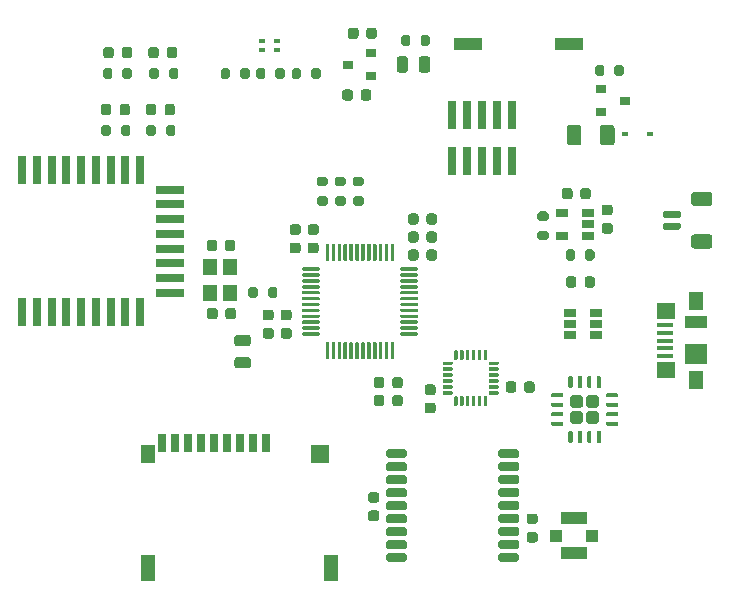
<source format=gtp>
G04 #@! TF.GenerationSoftware,KiCad,Pcbnew,(5.1.10)-1*
G04 #@! TF.CreationDate,2021-10-27T16:42:24-05:00*
G04 #@! TF.ProjectId,Board,426f6172-642e-46b6-9963-61645f706362,rev?*
G04 #@! TF.SameCoordinates,PX88abcb0PY37c5580*
G04 #@! TF.FileFunction,Paste,Top*
G04 #@! TF.FilePolarity,Positive*
%FSLAX46Y46*%
G04 Gerber Fmt 4.6, Leading zero omitted, Abs format (unit mm)*
G04 Created by KiCad (PCBNEW (5.1.10)-1) date 2021-10-27 16:42:24*
%MOMM*%
%LPD*%
G01*
G04 APERTURE LIST*
%ADD10R,0.750000X2.400000*%
%ADD11R,2.400000X0.750000*%
%ADD12R,0.700000X1.600000*%
%ADD13R,1.200000X1.500000*%
%ADD14R,1.200000X2.200000*%
%ADD15R,1.600000X1.500000*%
%ADD16R,2.440000X1.120000*%
%ADD17R,0.740000X2.400000*%
%ADD18R,0.600000X0.450000*%
%ADD19R,0.500000X0.400000*%
%ADD20R,1.200000X1.400000*%
%ADD21R,1.900000X1.000000*%
%ADD22R,1.900000X1.800000*%
%ADD23R,1.300000X1.650000*%
%ADD24R,1.550000X1.425000*%
%ADD25R,1.380000X0.450000*%
%ADD26R,1.000000X1.000000*%
%ADD27R,2.200000X1.050000*%
%ADD28R,0.900000X0.800000*%
%ADD29R,1.060000X0.650000*%
G04 APERTURE END LIST*
D10*
X-24449000Y-12197000D03*
X-23199000Y-12197000D03*
X-21949000Y-12197000D03*
X-20699000Y-12197000D03*
X-19449000Y-12197000D03*
X-18199000Y-12197000D03*
X-16949000Y-12197000D03*
X-15699000Y-12197000D03*
X-14449000Y-24197000D03*
X-15699000Y-24197000D03*
X-16949000Y-24197000D03*
X-18199000Y-24197000D03*
X-19449000Y-24197000D03*
X-20699000Y-24197000D03*
X-21949000Y-24197000D03*
X-23199000Y-24197000D03*
D11*
X-11899000Y-13822000D03*
X-11899000Y-15072000D03*
X-11899000Y-16322000D03*
X-11899000Y-17572000D03*
X-11899000Y-18822000D03*
X-11899000Y-20072000D03*
X-11899000Y-21322000D03*
D10*
X-14449000Y-12197000D03*
D11*
X-11899000Y-22572000D03*
D10*
X-24449000Y-24197000D03*
D12*
X-3800000Y-35250000D03*
X-4900000Y-35250000D03*
X-6000000Y-35250000D03*
X-7100000Y-35250000D03*
X-8200000Y-35250000D03*
X-9300000Y-35250000D03*
X-10400000Y-35250000D03*
X-11500000Y-35250000D03*
D13*
X-13800000Y-36250000D03*
D14*
X-13800000Y-45850000D03*
X1700000Y-45850000D03*
D15*
X800000Y-36250000D03*
D12*
X-12600000Y-35250000D03*
D16*
X21895000Y-1520000D03*
X13285000Y-1520000D03*
D17*
X17030000Y-7470000D03*
X17030000Y-11370000D03*
X15760000Y-7470000D03*
X15760000Y-11370000D03*
X14490000Y-7470000D03*
X14490000Y-11370000D03*
X13220000Y-7470000D03*
X13220000Y-11370000D03*
X11950000Y-7470000D03*
X11950000Y-11370000D03*
G36*
G01*
X1265500Y-19808000D02*
X1265500Y-18483000D01*
G75*
G02*
X1340500Y-18408000I75000J0D01*
G01*
X1490500Y-18408000D01*
G75*
G02*
X1565500Y-18483000I0J-75000D01*
G01*
X1565500Y-19808000D01*
G75*
G02*
X1490500Y-19883000I-75000J0D01*
G01*
X1340500Y-19883000D01*
G75*
G02*
X1265500Y-19808000I0J75000D01*
G01*
G37*
G36*
G01*
X1765500Y-19808000D02*
X1765500Y-18483000D01*
G75*
G02*
X1840500Y-18408000I75000J0D01*
G01*
X1990500Y-18408000D01*
G75*
G02*
X2065500Y-18483000I0J-75000D01*
G01*
X2065500Y-19808000D01*
G75*
G02*
X1990500Y-19883000I-75000J0D01*
G01*
X1840500Y-19883000D01*
G75*
G02*
X1765500Y-19808000I0J75000D01*
G01*
G37*
G36*
G01*
X2265500Y-19808000D02*
X2265500Y-18483000D01*
G75*
G02*
X2340500Y-18408000I75000J0D01*
G01*
X2490500Y-18408000D01*
G75*
G02*
X2565500Y-18483000I0J-75000D01*
G01*
X2565500Y-19808000D01*
G75*
G02*
X2490500Y-19883000I-75000J0D01*
G01*
X2340500Y-19883000D01*
G75*
G02*
X2265500Y-19808000I0J75000D01*
G01*
G37*
G36*
G01*
X2765500Y-19808000D02*
X2765500Y-18483000D01*
G75*
G02*
X2840500Y-18408000I75000J0D01*
G01*
X2990500Y-18408000D01*
G75*
G02*
X3065500Y-18483000I0J-75000D01*
G01*
X3065500Y-19808000D01*
G75*
G02*
X2990500Y-19883000I-75000J0D01*
G01*
X2840500Y-19883000D01*
G75*
G02*
X2765500Y-19808000I0J75000D01*
G01*
G37*
G36*
G01*
X3265500Y-19808000D02*
X3265500Y-18483000D01*
G75*
G02*
X3340500Y-18408000I75000J0D01*
G01*
X3490500Y-18408000D01*
G75*
G02*
X3565500Y-18483000I0J-75000D01*
G01*
X3565500Y-19808000D01*
G75*
G02*
X3490500Y-19883000I-75000J0D01*
G01*
X3340500Y-19883000D01*
G75*
G02*
X3265500Y-19808000I0J75000D01*
G01*
G37*
G36*
G01*
X3765500Y-19808000D02*
X3765500Y-18483000D01*
G75*
G02*
X3840500Y-18408000I75000J0D01*
G01*
X3990500Y-18408000D01*
G75*
G02*
X4065500Y-18483000I0J-75000D01*
G01*
X4065500Y-19808000D01*
G75*
G02*
X3990500Y-19883000I-75000J0D01*
G01*
X3840500Y-19883000D01*
G75*
G02*
X3765500Y-19808000I0J75000D01*
G01*
G37*
G36*
G01*
X4265500Y-19808000D02*
X4265500Y-18483000D01*
G75*
G02*
X4340500Y-18408000I75000J0D01*
G01*
X4490500Y-18408000D01*
G75*
G02*
X4565500Y-18483000I0J-75000D01*
G01*
X4565500Y-19808000D01*
G75*
G02*
X4490500Y-19883000I-75000J0D01*
G01*
X4340500Y-19883000D01*
G75*
G02*
X4265500Y-19808000I0J75000D01*
G01*
G37*
G36*
G01*
X4765500Y-19808000D02*
X4765500Y-18483000D01*
G75*
G02*
X4840500Y-18408000I75000J0D01*
G01*
X4990500Y-18408000D01*
G75*
G02*
X5065500Y-18483000I0J-75000D01*
G01*
X5065500Y-19808000D01*
G75*
G02*
X4990500Y-19883000I-75000J0D01*
G01*
X4840500Y-19883000D01*
G75*
G02*
X4765500Y-19808000I0J75000D01*
G01*
G37*
G36*
G01*
X5265500Y-19808000D02*
X5265500Y-18483000D01*
G75*
G02*
X5340500Y-18408000I75000J0D01*
G01*
X5490500Y-18408000D01*
G75*
G02*
X5565500Y-18483000I0J-75000D01*
G01*
X5565500Y-19808000D01*
G75*
G02*
X5490500Y-19883000I-75000J0D01*
G01*
X5340500Y-19883000D01*
G75*
G02*
X5265500Y-19808000I0J75000D01*
G01*
G37*
G36*
G01*
X5765500Y-19808000D02*
X5765500Y-18483000D01*
G75*
G02*
X5840500Y-18408000I75000J0D01*
G01*
X5990500Y-18408000D01*
G75*
G02*
X6065500Y-18483000I0J-75000D01*
G01*
X6065500Y-19808000D01*
G75*
G02*
X5990500Y-19883000I-75000J0D01*
G01*
X5840500Y-19883000D01*
G75*
G02*
X5765500Y-19808000I0J75000D01*
G01*
G37*
G36*
G01*
X6265500Y-19808000D02*
X6265500Y-18483000D01*
G75*
G02*
X6340500Y-18408000I75000J0D01*
G01*
X6490500Y-18408000D01*
G75*
G02*
X6565500Y-18483000I0J-75000D01*
G01*
X6565500Y-19808000D01*
G75*
G02*
X6490500Y-19883000I-75000J0D01*
G01*
X6340500Y-19883000D01*
G75*
G02*
X6265500Y-19808000I0J75000D01*
G01*
G37*
G36*
G01*
X6765500Y-19808000D02*
X6765500Y-18483000D01*
G75*
G02*
X6840500Y-18408000I75000J0D01*
G01*
X6990500Y-18408000D01*
G75*
G02*
X7065500Y-18483000I0J-75000D01*
G01*
X7065500Y-19808000D01*
G75*
G02*
X6990500Y-19883000I-75000J0D01*
G01*
X6840500Y-19883000D01*
G75*
G02*
X6765500Y-19808000I0J75000D01*
G01*
G37*
G36*
G01*
X7590500Y-20633000D02*
X7590500Y-20483000D01*
G75*
G02*
X7665500Y-20408000I75000J0D01*
G01*
X8990500Y-20408000D01*
G75*
G02*
X9065500Y-20483000I0J-75000D01*
G01*
X9065500Y-20633000D01*
G75*
G02*
X8990500Y-20708000I-75000J0D01*
G01*
X7665500Y-20708000D01*
G75*
G02*
X7590500Y-20633000I0J75000D01*
G01*
G37*
G36*
G01*
X7590500Y-21133000D02*
X7590500Y-20983000D01*
G75*
G02*
X7665500Y-20908000I75000J0D01*
G01*
X8990500Y-20908000D01*
G75*
G02*
X9065500Y-20983000I0J-75000D01*
G01*
X9065500Y-21133000D01*
G75*
G02*
X8990500Y-21208000I-75000J0D01*
G01*
X7665500Y-21208000D01*
G75*
G02*
X7590500Y-21133000I0J75000D01*
G01*
G37*
G36*
G01*
X7590500Y-21633000D02*
X7590500Y-21483000D01*
G75*
G02*
X7665500Y-21408000I75000J0D01*
G01*
X8990500Y-21408000D01*
G75*
G02*
X9065500Y-21483000I0J-75000D01*
G01*
X9065500Y-21633000D01*
G75*
G02*
X8990500Y-21708000I-75000J0D01*
G01*
X7665500Y-21708000D01*
G75*
G02*
X7590500Y-21633000I0J75000D01*
G01*
G37*
G36*
G01*
X7590500Y-22133000D02*
X7590500Y-21983000D01*
G75*
G02*
X7665500Y-21908000I75000J0D01*
G01*
X8990500Y-21908000D01*
G75*
G02*
X9065500Y-21983000I0J-75000D01*
G01*
X9065500Y-22133000D01*
G75*
G02*
X8990500Y-22208000I-75000J0D01*
G01*
X7665500Y-22208000D01*
G75*
G02*
X7590500Y-22133000I0J75000D01*
G01*
G37*
G36*
G01*
X7590500Y-22633000D02*
X7590500Y-22483000D01*
G75*
G02*
X7665500Y-22408000I75000J0D01*
G01*
X8990500Y-22408000D01*
G75*
G02*
X9065500Y-22483000I0J-75000D01*
G01*
X9065500Y-22633000D01*
G75*
G02*
X8990500Y-22708000I-75000J0D01*
G01*
X7665500Y-22708000D01*
G75*
G02*
X7590500Y-22633000I0J75000D01*
G01*
G37*
G36*
G01*
X7590500Y-23133000D02*
X7590500Y-22983000D01*
G75*
G02*
X7665500Y-22908000I75000J0D01*
G01*
X8990500Y-22908000D01*
G75*
G02*
X9065500Y-22983000I0J-75000D01*
G01*
X9065500Y-23133000D01*
G75*
G02*
X8990500Y-23208000I-75000J0D01*
G01*
X7665500Y-23208000D01*
G75*
G02*
X7590500Y-23133000I0J75000D01*
G01*
G37*
G36*
G01*
X7590500Y-23633000D02*
X7590500Y-23483000D01*
G75*
G02*
X7665500Y-23408000I75000J0D01*
G01*
X8990500Y-23408000D01*
G75*
G02*
X9065500Y-23483000I0J-75000D01*
G01*
X9065500Y-23633000D01*
G75*
G02*
X8990500Y-23708000I-75000J0D01*
G01*
X7665500Y-23708000D01*
G75*
G02*
X7590500Y-23633000I0J75000D01*
G01*
G37*
G36*
G01*
X7590500Y-24133000D02*
X7590500Y-23983000D01*
G75*
G02*
X7665500Y-23908000I75000J0D01*
G01*
X8990500Y-23908000D01*
G75*
G02*
X9065500Y-23983000I0J-75000D01*
G01*
X9065500Y-24133000D01*
G75*
G02*
X8990500Y-24208000I-75000J0D01*
G01*
X7665500Y-24208000D01*
G75*
G02*
X7590500Y-24133000I0J75000D01*
G01*
G37*
G36*
G01*
X7590500Y-24633000D02*
X7590500Y-24483000D01*
G75*
G02*
X7665500Y-24408000I75000J0D01*
G01*
X8990500Y-24408000D01*
G75*
G02*
X9065500Y-24483000I0J-75000D01*
G01*
X9065500Y-24633000D01*
G75*
G02*
X8990500Y-24708000I-75000J0D01*
G01*
X7665500Y-24708000D01*
G75*
G02*
X7590500Y-24633000I0J75000D01*
G01*
G37*
G36*
G01*
X7590500Y-25133000D02*
X7590500Y-24983000D01*
G75*
G02*
X7665500Y-24908000I75000J0D01*
G01*
X8990500Y-24908000D01*
G75*
G02*
X9065500Y-24983000I0J-75000D01*
G01*
X9065500Y-25133000D01*
G75*
G02*
X8990500Y-25208000I-75000J0D01*
G01*
X7665500Y-25208000D01*
G75*
G02*
X7590500Y-25133000I0J75000D01*
G01*
G37*
G36*
G01*
X7590500Y-25633000D02*
X7590500Y-25483000D01*
G75*
G02*
X7665500Y-25408000I75000J0D01*
G01*
X8990500Y-25408000D01*
G75*
G02*
X9065500Y-25483000I0J-75000D01*
G01*
X9065500Y-25633000D01*
G75*
G02*
X8990500Y-25708000I-75000J0D01*
G01*
X7665500Y-25708000D01*
G75*
G02*
X7590500Y-25633000I0J75000D01*
G01*
G37*
G36*
G01*
X7590500Y-26133000D02*
X7590500Y-25983000D01*
G75*
G02*
X7665500Y-25908000I75000J0D01*
G01*
X8990500Y-25908000D01*
G75*
G02*
X9065500Y-25983000I0J-75000D01*
G01*
X9065500Y-26133000D01*
G75*
G02*
X8990500Y-26208000I-75000J0D01*
G01*
X7665500Y-26208000D01*
G75*
G02*
X7590500Y-26133000I0J75000D01*
G01*
G37*
G36*
G01*
X6765500Y-28133000D02*
X6765500Y-26808000D01*
G75*
G02*
X6840500Y-26733000I75000J0D01*
G01*
X6990500Y-26733000D01*
G75*
G02*
X7065500Y-26808000I0J-75000D01*
G01*
X7065500Y-28133000D01*
G75*
G02*
X6990500Y-28208000I-75000J0D01*
G01*
X6840500Y-28208000D01*
G75*
G02*
X6765500Y-28133000I0J75000D01*
G01*
G37*
G36*
G01*
X6265500Y-28133000D02*
X6265500Y-26808000D01*
G75*
G02*
X6340500Y-26733000I75000J0D01*
G01*
X6490500Y-26733000D01*
G75*
G02*
X6565500Y-26808000I0J-75000D01*
G01*
X6565500Y-28133000D01*
G75*
G02*
X6490500Y-28208000I-75000J0D01*
G01*
X6340500Y-28208000D01*
G75*
G02*
X6265500Y-28133000I0J75000D01*
G01*
G37*
G36*
G01*
X5765500Y-28133000D02*
X5765500Y-26808000D01*
G75*
G02*
X5840500Y-26733000I75000J0D01*
G01*
X5990500Y-26733000D01*
G75*
G02*
X6065500Y-26808000I0J-75000D01*
G01*
X6065500Y-28133000D01*
G75*
G02*
X5990500Y-28208000I-75000J0D01*
G01*
X5840500Y-28208000D01*
G75*
G02*
X5765500Y-28133000I0J75000D01*
G01*
G37*
G36*
G01*
X5265500Y-28133000D02*
X5265500Y-26808000D01*
G75*
G02*
X5340500Y-26733000I75000J0D01*
G01*
X5490500Y-26733000D01*
G75*
G02*
X5565500Y-26808000I0J-75000D01*
G01*
X5565500Y-28133000D01*
G75*
G02*
X5490500Y-28208000I-75000J0D01*
G01*
X5340500Y-28208000D01*
G75*
G02*
X5265500Y-28133000I0J75000D01*
G01*
G37*
G36*
G01*
X4765500Y-28133000D02*
X4765500Y-26808000D01*
G75*
G02*
X4840500Y-26733000I75000J0D01*
G01*
X4990500Y-26733000D01*
G75*
G02*
X5065500Y-26808000I0J-75000D01*
G01*
X5065500Y-28133000D01*
G75*
G02*
X4990500Y-28208000I-75000J0D01*
G01*
X4840500Y-28208000D01*
G75*
G02*
X4765500Y-28133000I0J75000D01*
G01*
G37*
G36*
G01*
X4265500Y-28133000D02*
X4265500Y-26808000D01*
G75*
G02*
X4340500Y-26733000I75000J0D01*
G01*
X4490500Y-26733000D01*
G75*
G02*
X4565500Y-26808000I0J-75000D01*
G01*
X4565500Y-28133000D01*
G75*
G02*
X4490500Y-28208000I-75000J0D01*
G01*
X4340500Y-28208000D01*
G75*
G02*
X4265500Y-28133000I0J75000D01*
G01*
G37*
G36*
G01*
X3765500Y-28133000D02*
X3765500Y-26808000D01*
G75*
G02*
X3840500Y-26733000I75000J0D01*
G01*
X3990500Y-26733000D01*
G75*
G02*
X4065500Y-26808000I0J-75000D01*
G01*
X4065500Y-28133000D01*
G75*
G02*
X3990500Y-28208000I-75000J0D01*
G01*
X3840500Y-28208000D01*
G75*
G02*
X3765500Y-28133000I0J75000D01*
G01*
G37*
G36*
G01*
X3265500Y-28133000D02*
X3265500Y-26808000D01*
G75*
G02*
X3340500Y-26733000I75000J0D01*
G01*
X3490500Y-26733000D01*
G75*
G02*
X3565500Y-26808000I0J-75000D01*
G01*
X3565500Y-28133000D01*
G75*
G02*
X3490500Y-28208000I-75000J0D01*
G01*
X3340500Y-28208000D01*
G75*
G02*
X3265500Y-28133000I0J75000D01*
G01*
G37*
G36*
G01*
X2765500Y-28133000D02*
X2765500Y-26808000D01*
G75*
G02*
X2840500Y-26733000I75000J0D01*
G01*
X2990500Y-26733000D01*
G75*
G02*
X3065500Y-26808000I0J-75000D01*
G01*
X3065500Y-28133000D01*
G75*
G02*
X2990500Y-28208000I-75000J0D01*
G01*
X2840500Y-28208000D01*
G75*
G02*
X2765500Y-28133000I0J75000D01*
G01*
G37*
G36*
G01*
X2265500Y-28133000D02*
X2265500Y-26808000D01*
G75*
G02*
X2340500Y-26733000I75000J0D01*
G01*
X2490500Y-26733000D01*
G75*
G02*
X2565500Y-26808000I0J-75000D01*
G01*
X2565500Y-28133000D01*
G75*
G02*
X2490500Y-28208000I-75000J0D01*
G01*
X2340500Y-28208000D01*
G75*
G02*
X2265500Y-28133000I0J75000D01*
G01*
G37*
G36*
G01*
X1765500Y-28133000D02*
X1765500Y-26808000D01*
G75*
G02*
X1840500Y-26733000I75000J0D01*
G01*
X1990500Y-26733000D01*
G75*
G02*
X2065500Y-26808000I0J-75000D01*
G01*
X2065500Y-28133000D01*
G75*
G02*
X1990500Y-28208000I-75000J0D01*
G01*
X1840500Y-28208000D01*
G75*
G02*
X1765500Y-28133000I0J75000D01*
G01*
G37*
G36*
G01*
X1265500Y-28133000D02*
X1265500Y-26808000D01*
G75*
G02*
X1340500Y-26733000I75000J0D01*
G01*
X1490500Y-26733000D01*
G75*
G02*
X1565500Y-26808000I0J-75000D01*
G01*
X1565500Y-28133000D01*
G75*
G02*
X1490500Y-28208000I-75000J0D01*
G01*
X1340500Y-28208000D01*
G75*
G02*
X1265500Y-28133000I0J75000D01*
G01*
G37*
G36*
G01*
X-734500Y-26133000D02*
X-734500Y-25983000D01*
G75*
G02*
X-659500Y-25908000I75000J0D01*
G01*
X665500Y-25908000D01*
G75*
G02*
X740500Y-25983000I0J-75000D01*
G01*
X740500Y-26133000D01*
G75*
G02*
X665500Y-26208000I-75000J0D01*
G01*
X-659500Y-26208000D01*
G75*
G02*
X-734500Y-26133000I0J75000D01*
G01*
G37*
G36*
G01*
X-734500Y-25633000D02*
X-734500Y-25483000D01*
G75*
G02*
X-659500Y-25408000I75000J0D01*
G01*
X665500Y-25408000D01*
G75*
G02*
X740500Y-25483000I0J-75000D01*
G01*
X740500Y-25633000D01*
G75*
G02*
X665500Y-25708000I-75000J0D01*
G01*
X-659500Y-25708000D01*
G75*
G02*
X-734500Y-25633000I0J75000D01*
G01*
G37*
G36*
G01*
X-734500Y-25133000D02*
X-734500Y-24983000D01*
G75*
G02*
X-659500Y-24908000I75000J0D01*
G01*
X665500Y-24908000D01*
G75*
G02*
X740500Y-24983000I0J-75000D01*
G01*
X740500Y-25133000D01*
G75*
G02*
X665500Y-25208000I-75000J0D01*
G01*
X-659500Y-25208000D01*
G75*
G02*
X-734500Y-25133000I0J75000D01*
G01*
G37*
G36*
G01*
X-734500Y-24633000D02*
X-734500Y-24483000D01*
G75*
G02*
X-659500Y-24408000I75000J0D01*
G01*
X665500Y-24408000D01*
G75*
G02*
X740500Y-24483000I0J-75000D01*
G01*
X740500Y-24633000D01*
G75*
G02*
X665500Y-24708000I-75000J0D01*
G01*
X-659500Y-24708000D01*
G75*
G02*
X-734500Y-24633000I0J75000D01*
G01*
G37*
G36*
G01*
X-734500Y-24133000D02*
X-734500Y-23983000D01*
G75*
G02*
X-659500Y-23908000I75000J0D01*
G01*
X665500Y-23908000D01*
G75*
G02*
X740500Y-23983000I0J-75000D01*
G01*
X740500Y-24133000D01*
G75*
G02*
X665500Y-24208000I-75000J0D01*
G01*
X-659500Y-24208000D01*
G75*
G02*
X-734500Y-24133000I0J75000D01*
G01*
G37*
G36*
G01*
X-734500Y-23633000D02*
X-734500Y-23483000D01*
G75*
G02*
X-659500Y-23408000I75000J0D01*
G01*
X665500Y-23408000D01*
G75*
G02*
X740500Y-23483000I0J-75000D01*
G01*
X740500Y-23633000D01*
G75*
G02*
X665500Y-23708000I-75000J0D01*
G01*
X-659500Y-23708000D01*
G75*
G02*
X-734500Y-23633000I0J75000D01*
G01*
G37*
G36*
G01*
X-734500Y-23133000D02*
X-734500Y-22983000D01*
G75*
G02*
X-659500Y-22908000I75000J0D01*
G01*
X665500Y-22908000D01*
G75*
G02*
X740500Y-22983000I0J-75000D01*
G01*
X740500Y-23133000D01*
G75*
G02*
X665500Y-23208000I-75000J0D01*
G01*
X-659500Y-23208000D01*
G75*
G02*
X-734500Y-23133000I0J75000D01*
G01*
G37*
G36*
G01*
X-734500Y-22633000D02*
X-734500Y-22483000D01*
G75*
G02*
X-659500Y-22408000I75000J0D01*
G01*
X665500Y-22408000D01*
G75*
G02*
X740500Y-22483000I0J-75000D01*
G01*
X740500Y-22633000D01*
G75*
G02*
X665500Y-22708000I-75000J0D01*
G01*
X-659500Y-22708000D01*
G75*
G02*
X-734500Y-22633000I0J75000D01*
G01*
G37*
G36*
G01*
X-734500Y-22133000D02*
X-734500Y-21983000D01*
G75*
G02*
X-659500Y-21908000I75000J0D01*
G01*
X665500Y-21908000D01*
G75*
G02*
X740500Y-21983000I0J-75000D01*
G01*
X740500Y-22133000D01*
G75*
G02*
X665500Y-22208000I-75000J0D01*
G01*
X-659500Y-22208000D01*
G75*
G02*
X-734500Y-22133000I0J75000D01*
G01*
G37*
G36*
G01*
X-734500Y-21633000D02*
X-734500Y-21483000D01*
G75*
G02*
X-659500Y-21408000I75000J0D01*
G01*
X665500Y-21408000D01*
G75*
G02*
X740500Y-21483000I0J-75000D01*
G01*
X740500Y-21633000D01*
G75*
G02*
X665500Y-21708000I-75000J0D01*
G01*
X-659500Y-21708000D01*
G75*
G02*
X-734500Y-21633000I0J75000D01*
G01*
G37*
G36*
G01*
X-734500Y-21133000D02*
X-734500Y-20983000D01*
G75*
G02*
X-659500Y-20908000I75000J0D01*
G01*
X665500Y-20908000D01*
G75*
G02*
X740500Y-20983000I0J-75000D01*
G01*
X740500Y-21133000D01*
G75*
G02*
X665500Y-21208000I-75000J0D01*
G01*
X-659500Y-21208000D01*
G75*
G02*
X-734500Y-21133000I0J75000D01*
G01*
G37*
G36*
G01*
X-734500Y-20633000D02*
X-734500Y-20483000D01*
G75*
G02*
X-659500Y-20408000I75000J0D01*
G01*
X665500Y-20408000D01*
G75*
G02*
X740500Y-20483000I0J-75000D01*
G01*
X740500Y-20633000D01*
G75*
G02*
X665500Y-20708000I-75000J0D01*
G01*
X-659500Y-20708000D01*
G75*
G02*
X-734500Y-20633000I0J75000D01*
G01*
G37*
G36*
G01*
X21260000Y-14420000D02*
X21260000Y-13920000D01*
G75*
G02*
X21485000Y-13695000I225000J0D01*
G01*
X21935000Y-13695000D01*
G75*
G02*
X22160000Y-13920000I0J-225000D01*
G01*
X22160000Y-14420000D01*
G75*
G02*
X21935000Y-14645000I-225000J0D01*
G01*
X21485000Y-14645000D01*
G75*
G02*
X21260000Y-14420000I0J225000D01*
G01*
G37*
G36*
G01*
X22810000Y-14420000D02*
X22810000Y-13920000D01*
G75*
G02*
X23035000Y-13695000I225000J0D01*
G01*
X23485000Y-13695000D01*
G75*
G02*
X23710000Y-13920000I0J-225000D01*
G01*
X23710000Y-14420000D01*
G75*
G02*
X23485000Y-14645000I-225000J0D01*
G01*
X23035000Y-14645000D01*
G75*
G02*
X22810000Y-14420000I0J225000D01*
G01*
G37*
G36*
G01*
X24842000Y-16661000D02*
X25342000Y-16661000D01*
G75*
G02*
X25567000Y-16886000I0J-225000D01*
G01*
X25567000Y-17336000D01*
G75*
G02*
X25342000Y-17561000I-225000J0D01*
G01*
X24842000Y-17561000D01*
G75*
G02*
X24617000Y-17336000I0J225000D01*
G01*
X24617000Y-16886000D01*
G75*
G02*
X24842000Y-16661000I225000J0D01*
G01*
G37*
G36*
G01*
X24842000Y-15111000D02*
X25342000Y-15111000D01*
G75*
G02*
X25567000Y-15336000I0J-225000D01*
G01*
X25567000Y-15786000D01*
G75*
G02*
X25342000Y-16011000I-225000J0D01*
G01*
X24842000Y-16011000D01*
G75*
G02*
X24617000Y-15786000I0J225000D01*
G01*
X24617000Y-15336000D01*
G75*
G02*
X24842000Y-15111000I225000J0D01*
G01*
G37*
G36*
G01*
X4215000Y-6070000D02*
X4215000Y-5570000D01*
G75*
G02*
X4440000Y-5345000I225000J0D01*
G01*
X4890000Y-5345000D01*
G75*
G02*
X5115000Y-5570000I0J-225000D01*
G01*
X5115000Y-6070000D01*
G75*
G02*
X4890000Y-6295000I-225000J0D01*
G01*
X4440000Y-6295000D01*
G75*
G02*
X4215000Y-6070000I0J225000D01*
G01*
G37*
G36*
G01*
X2665000Y-6070000D02*
X2665000Y-5570000D01*
G75*
G02*
X2890000Y-5345000I225000J0D01*
G01*
X3340000Y-5345000D01*
G75*
G02*
X3565000Y-5570000I0J-225000D01*
G01*
X3565000Y-6070000D01*
G75*
G02*
X3340000Y-6295000I-225000J0D01*
G01*
X2890000Y-6295000D01*
G75*
G02*
X2665000Y-6070000I0J225000D01*
G01*
G37*
G36*
G01*
X5594000Y-352000D02*
X5594000Y-852000D01*
G75*
G02*
X5369000Y-1077000I-225000J0D01*
G01*
X4919000Y-1077000D01*
G75*
G02*
X4694000Y-852000I0J225000D01*
G01*
X4694000Y-352000D01*
G75*
G02*
X4919000Y-127000I225000J0D01*
G01*
X5369000Y-127000D01*
G75*
G02*
X5594000Y-352000I0J-225000D01*
G01*
G37*
G36*
G01*
X4044000Y-352000D02*
X4044000Y-852000D01*
G75*
G02*
X3819000Y-1077000I-225000J0D01*
G01*
X3369000Y-1077000D01*
G75*
G02*
X3144000Y-852000I0J225000D01*
G01*
X3144000Y-352000D01*
G75*
G02*
X3369000Y-127000I225000J0D01*
G01*
X3819000Y-127000D01*
G75*
G02*
X4044000Y-352000I0J-225000D01*
G01*
G37*
G36*
G01*
X8233000Y-16573000D02*
X8233000Y-16073000D01*
G75*
G02*
X8458000Y-15848000I225000J0D01*
G01*
X8908000Y-15848000D01*
G75*
G02*
X9133000Y-16073000I0J-225000D01*
G01*
X9133000Y-16573000D01*
G75*
G02*
X8908000Y-16798000I-225000J0D01*
G01*
X8458000Y-16798000D01*
G75*
G02*
X8233000Y-16573000I0J225000D01*
G01*
G37*
G36*
G01*
X9783000Y-16573000D02*
X9783000Y-16073000D01*
G75*
G02*
X10008000Y-15848000I225000J0D01*
G01*
X10458000Y-15848000D01*
G75*
G02*
X10683000Y-16073000I0J-225000D01*
G01*
X10683000Y-16573000D01*
G75*
G02*
X10458000Y-16798000I-225000J0D01*
G01*
X10008000Y-16798000D01*
G75*
G02*
X9783000Y-16573000I0J225000D01*
G01*
G37*
G36*
G01*
X-7275000Y-18810000D02*
X-7275000Y-18310000D01*
G75*
G02*
X-7050000Y-18085000I225000J0D01*
G01*
X-6600000Y-18085000D01*
G75*
G02*
X-6375000Y-18310000I0J-225000D01*
G01*
X-6375000Y-18810000D01*
G75*
G02*
X-6600000Y-19035000I-225000J0D01*
G01*
X-7050000Y-19035000D01*
G75*
G02*
X-7275000Y-18810000I0J225000D01*
G01*
G37*
G36*
G01*
X-8825000Y-18810000D02*
X-8825000Y-18310000D01*
G75*
G02*
X-8600000Y-18085000I225000J0D01*
G01*
X-8150000Y-18085000D01*
G75*
G02*
X-7925000Y-18310000I0J-225000D01*
G01*
X-7925000Y-18810000D01*
G75*
G02*
X-8150000Y-19035000I-225000J0D01*
G01*
X-8600000Y-19035000D01*
G75*
G02*
X-8825000Y-18810000I0J225000D01*
G01*
G37*
G36*
G01*
X8233000Y-19621000D02*
X8233000Y-19121000D01*
G75*
G02*
X8458000Y-18896000I225000J0D01*
G01*
X8908000Y-18896000D01*
G75*
G02*
X9133000Y-19121000I0J-225000D01*
G01*
X9133000Y-19621000D01*
G75*
G02*
X8908000Y-19846000I-225000J0D01*
G01*
X8458000Y-19846000D01*
G75*
G02*
X8233000Y-19621000I0J225000D01*
G01*
G37*
G36*
G01*
X9783000Y-19621000D02*
X9783000Y-19121000D01*
G75*
G02*
X10008000Y-18896000I225000J0D01*
G01*
X10458000Y-18896000D01*
G75*
G02*
X10683000Y-19121000I0J-225000D01*
G01*
X10683000Y-19621000D01*
G75*
G02*
X10458000Y-19846000I-225000J0D01*
G01*
X10008000Y-19846000D01*
G75*
G02*
X9783000Y-19621000I0J225000D01*
G01*
G37*
G36*
G01*
X-6335000Y-24074000D02*
X-6335000Y-24574000D01*
G75*
G02*
X-6560000Y-24799000I-225000J0D01*
G01*
X-7010000Y-24799000D01*
G75*
G02*
X-7235000Y-24574000I0J225000D01*
G01*
X-7235000Y-24074000D01*
G75*
G02*
X-7010000Y-23849000I225000J0D01*
G01*
X-6560000Y-23849000D01*
G75*
G02*
X-6335000Y-24074000I0J-225000D01*
G01*
G37*
G36*
G01*
X-7885000Y-24074000D02*
X-7885000Y-24574000D01*
G75*
G02*
X-8110000Y-24799000I-225000J0D01*
G01*
X-8560000Y-24799000D01*
G75*
G02*
X-8785000Y-24574000I0J225000D01*
G01*
X-8785000Y-24074000D01*
G75*
G02*
X-8560000Y-23849000I225000J0D01*
G01*
X-8110000Y-23849000D01*
G75*
G02*
X-7885000Y-24074000I0J-225000D01*
G01*
G37*
G36*
G01*
X9783000Y-18097000D02*
X9783000Y-17597000D01*
G75*
G02*
X10008000Y-17372000I225000J0D01*
G01*
X10458000Y-17372000D01*
G75*
G02*
X10683000Y-17597000I0J-225000D01*
G01*
X10683000Y-18097000D01*
G75*
G02*
X10458000Y-18322000I-225000J0D01*
G01*
X10008000Y-18322000D01*
G75*
G02*
X9783000Y-18097000I0J225000D01*
G01*
G37*
G36*
G01*
X8233000Y-18097000D02*
X8233000Y-17597000D01*
G75*
G02*
X8458000Y-17372000I225000J0D01*
G01*
X8908000Y-17372000D01*
G75*
G02*
X9133000Y-17597000I0J-225000D01*
G01*
X9133000Y-18097000D01*
G75*
G02*
X8908000Y-18322000I-225000J0D01*
G01*
X8458000Y-18322000D01*
G75*
G02*
X8233000Y-18097000I0J225000D01*
G01*
G37*
G36*
G01*
X-1074000Y-19212000D02*
X-1574000Y-19212000D01*
G75*
G02*
X-1799000Y-18987000I0J225000D01*
G01*
X-1799000Y-18537000D01*
G75*
G02*
X-1574000Y-18312000I225000J0D01*
G01*
X-1074000Y-18312000D01*
G75*
G02*
X-849000Y-18537000I0J-225000D01*
G01*
X-849000Y-18987000D01*
G75*
G02*
X-1074000Y-19212000I-225000J0D01*
G01*
G37*
G36*
G01*
X-1074000Y-17662000D02*
X-1574000Y-17662000D01*
G75*
G02*
X-1799000Y-17437000I0J225000D01*
G01*
X-1799000Y-16987000D01*
G75*
G02*
X-1574000Y-16762000I225000J0D01*
G01*
X-1074000Y-16762000D01*
G75*
G02*
X-849000Y-16987000I0J-225000D01*
G01*
X-849000Y-17437000D01*
G75*
G02*
X-1074000Y-17662000I-225000J0D01*
G01*
G37*
G36*
G01*
X6238000Y-29916000D02*
X6238000Y-30416000D01*
G75*
G02*
X6013000Y-30641000I-225000J0D01*
G01*
X5563000Y-30641000D01*
G75*
G02*
X5338000Y-30416000I0J225000D01*
G01*
X5338000Y-29916000D01*
G75*
G02*
X5563000Y-29691000I225000J0D01*
G01*
X6013000Y-29691000D01*
G75*
G02*
X6238000Y-29916000I0J-225000D01*
G01*
G37*
G36*
G01*
X7788000Y-29916000D02*
X7788000Y-30416000D01*
G75*
G02*
X7563000Y-30641000I-225000J0D01*
G01*
X7113000Y-30641000D01*
G75*
G02*
X6888000Y-30416000I0J225000D01*
G01*
X6888000Y-29916000D01*
G75*
G02*
X7113000Y-29691000I225000J0D01*
G01*
X7563000Y-29691000D01*
G75*
G02*
X7788000Y-29916000I0J-225000D01*
G01*
G37*
G36*
G01*
X450000Y-19212000D02*
X-50000Y-19212000D01*
G75*
G02*
X-275000Y-18987000I0J225000D01*
G01*
X-275000Y-18537000D01*
G75*
G02*
X-50000Y-18312000I225000J0D01*
G01*
X450000Y-18312000D01*
G75*
G02*
X675000Y-18537000I0J-225000D01*
G01*
X675000Y-18987000D01*
G75*
G02*
X450000Y-19212000I-225000J0D01*
G01*
G37*
G36*
G01*
X450000Y-17662000D02*
X-50000Y-17662000D01*
G75*
G02*
X-275000Y-17437000I0J225000D01*
G01*
X-275000Y-16987000D01*
G75*
G02*
X-50000Y-16762000I225000J0D01*
G01*
X450000Y-16762000D01*
G75*
G02*
X675000Y-16987000I0J-225000D01*
G01*
X675000Y-17437000D01*
G75*
G02*
X450000Y-17662000I-225000J0D01*
G01*
G37*
G36*
G01*
X6238000Y-31440000D02*
X6238000Y-31940000D01*
G75*
G02*
X6013000Y-32165000I-225000J0D01*
G01*
X5563000Y-32165000D01*
G75*
G02*
X5338000Y-31940000I0J225000D01*
G01*
X5338000Y-31440000D01*
G75*
G02*
X5563000Y-31215000I225000J0D01*
G01*
X6013000Y-31215000D01*
G75*
G02*
X6238000Y-31440000I0J-225000D01*
G01*
G37*
G36*
G01*
X7788000Y-31440000D02*
X7788000Y-31940000D01*
G75*
G02*
X7563000Y-32165000I-225000J0D01*
G01*
X7113000Y-32165000D01*
G75*
G02*
X6888000Y-31940000I0J225000D01*
G01*
X6888000Y-31440000D01*
G75*
G02*
X7113000Y-31215000I225000J0D01*
G01*
X7563000Y-31215000D01*
G75*
G02*
X7788000Y-31440000I0J-225000D01*
G01*
G37*
G36*
G01*
X-1836000Y-24901000D02*
X-2336000Y-24901000D01*
G75*
G02*
X-2561000Y-24676000I0J225000D01*
G01*
X-2561000Y-24226000D01*
G75*
G02*
X-2336000Y-24001000I225000J0D01*
G01*
X-1836000Y-24001000D01*
G75*
G02*
X-1611000Y-24226000I0J-225000D01*
G01*
X-1611000Y-24676000D01*
G75*
G02*
X-1836000Y-24901000I-225000J0D01*
G01*
G37*
G36*
G01*
X-1836000Y-26451000D02*
X-2336000Y-26451000D01*
G75*
G02*
X-2561000Y-26226000I0J225000D01*
G01*
X-2561000Y-25776000D01*
G75*
G02*
X-2336000Y-25551000I225000J0D01*
G01*
X-1836000Y-25551000D01*
G75*
G02*
X-1611000Y-25776000I0J-225000D01*
G01*
X-1611000Y-26226000D01*
G75*
G02*
X-1836000Y-26451000I-225000J0D01*
G01*
G37*
G36*
G01*
X-3360000Y-24901000D02*
X-3860000Y-24901000D01*
G75*
G02*
X-4085000Y-24676000I0J225000D01*
G01*
X-4085000Y-24226000D01*
G75*
G02*
X-3860000Y-24001000I225000J0D01*
G01*
X-3360000Y-24001000D01*
G75*
G02*
X-3135000Y-24226000I0J-225000D01*
G01*
X-3135000Y-24676000D01*
G75*
G02*
X-3360000Y-24901000I-225000J0D01*
G01*
G37*
G36*
G01*
X-3360000Y-26451000D02*
X-3860000Y-26451000D01*
G75*
G02*
X-4085000Y-26226000I0J225000D01*
G01*
X-4085000Y-25776000D01*
G75*
G02*
X-3860000Y-25551000I225000J0D01*
G01*
X-3360000Y-25551000D01*
G75*
G02*
X-3135000Y-25776000I0J-225000D01*
G01*
X-3135000Y-26226000D01*
G75*
G02*
X-3360000Y-26451000I-225000J0D01*
G01*
G37*
G36*
G01*
X5570000Y-41895000D02*
X5070000Y-41895000D01*
G75*
G02*
X4845000Y-41670000I0J225000D01*
G01*
X4845000Y-41220000D01*
G75*
G02*
X5070000Y-40995000I225000J0D01*
G01*
X5570000Y-40995000D01*
G75*
G02*
X5795000Y-41220000I0J-225000D01*
G01*
X5795000Y-41670000D01*
G75*
G02*
X5570000Y-41895000I-225000J0D01*
G01*
G37*
G36*
G01*
X5570000Y-40345000D02*
X5070000Y-40345000D01*
G75*
G02*
X4845000Y-40120000I0J225000D01*
G01*
X4845000Y-39670000D01*
G75*
G02*
X5070000Y-39445000I225000J0D01*
G01*
X5570000Y-39445000D01*
G75*
G02*
X5795000Y-39670000I0J-225000D01*
G01*
X5795000Y-40120000D01*
G75*
G02*
X5570000Y-40345000I-225000J0D01*
G01*
G37*
G36*
G01*
X9856000Y-31875000D02*
X10356000Y-31875000D01*
G75*
G02*
X10581000Y-32100000I0J-225000D01*
G01*
X10581000Y-32550000D01*
G75*
G02*
X10356000Y-32775000I-225000J0D01*
G01*
X9856000Y-32775000D01*
G75*
G02*
X9631000Y-32550000I0J225000D01*
G01*
X9631000Y-32100000D01*
G75*
G02*
X9856000Y-31875000I225000J0D01*
G01*
G37*
G36*
G01*
X9856000Y-30325000D02*
X10356000Y-30325000D01*
G75*
G02*
X10581000Y-30550000I0J-225000D01*
G01*
X10581000Y-31000000D01*
G75*
G02*
X10356000Y-31225000I-225000J0D01*
G01*
X9856000Y-31225000D01*
G75*
G02*
X9631000Y-31000000I0J225000D01*
G01*
X9631000Y-30550000D01*
G75*
G02*
X9856000Y-30325000I225000J0D01*
G01*
G37*
G36*
G01*
X16514000Y-30797000D02*
X16514000Y-30297000D01*
G75*
G02*
X16739000Y-30072000I225000J0D01*
G01*
X17189000Y-30072000D01*
G75*
G02*
X17414000Y-30297000I0J-225000D01*
G01*
X17414000Y-30797000D01*
G75*
G02*
X17189000Y-31022000I-225000J0D01*
G01*
X16739000Y-31022000D01*
G75*
G02*
X16514000Y-30797000I0J225000D01*
G01*
G37*
G36*
G01*
X18064000Y-30797000D02*
X18064000Y-30297000D01*
G75*
G02*
X18289000Y-30072000I225000J0D01*
G01*
X18739000Y-30072000D01*
G75*
G02*
X18964000Y-30297000I0J-225000D01*
G01*
X18964000Y-30797000D01*
G75*
G02*
X18739000Y-31022000I-225000J0D01*
G01*
X18289000Y-31022000D01*
G75*
G02*
X18064000Y-30797000I0J225000D01*
G01*
G37*
D18*
X28682000Y-9084000D03*
X26582000Y-9084000D03*
G36*
G01*
X23181500Y-21913250D02*
X23181500Y-21400750D01*
G75*
G02*
X23400250Y-21182000I218750J0D01*
G01*
X23837750Y-21182000D01*
G75*
G02*
X24056500Y-21400750I0J-218750D01*
G01*
X24056500Y-21913250D01*
G75*
G02*
X23837750Y-22132000I-218750J0D01*
G01*
X23400250Y-22132000D01*
G75*
G02*
X23181500Y-21913250I0J218750D01*
G01*
G37*
G36*
G01*
X21606500Y-21913250D02*
X21606500Y-21400750D01*
G75*
G02*
X21825250Y-21182000I218750J0D01*
G01*
X22262750Y-21182000D01*
G75*
G02*
X22481500Y-21400750I0J-218750D01*
G01*
X22481500Y-21913250D01*
G75*
G02*
X22262750Y-22132000I-218750J0D01*
G01*
X21825250Y-22132000D01*
G75*
G02*
X21606500Y-21913250I0J218750D01*
G01*
G37*
G36*
G01*
X-17560500Y-2482250D02*
X-17560500Y-1969750D01*
G75*
G02*
X-17341750Y-1751000I218750J0D01*
G01*
X-16904250Y-1751000D01*
G75*
G02*
X-16685500Y-1969750I0J-218750D01*
G01*
X-16685500Y-2482250D01*
G75*
G02*
X-16904250Y-2701000I-218750J0D01*
G01*
X-17341750Y-2701000D01*
G75*
G02*
X-17560500Y-2482250I0J218750D01*
G01*
G37*
G36*
G01*
X-15985500Y-2482250D02*
X-15985500Y-1969750D01*
G75*
G02*
X-15766750Y-1751000I218750J0D01*
G01*
X-15329250Y-1751000D01*
G75*
G02*
X-15110500Y-1969750I0J-218750D01*
G01*
X-15110500Y-2482250D01*
G75*
G02*
X-15329250Y-2701000I-218750J0D01*
G01*
X-15766750Y-2701000D01*
G75*
G02*
X-15985500Y-2482250I0J218750D01*
G01*
G37*
G36*
G01*
X-12175500Y-2482250D02*
X-12175500Y-1969750D01*
G75*
G02*
X-11956750Y-1751000I218750J0D01*
G01*
X-11519250Y-1751000D01*
G75*
G02*
X-11300500Y-1969750I0J-218750D01*
G01*
X-11300500Y-2482250D01*
G75*
G02*
X-11519250Y-2701000I-218750J0D01*
G01*
X-11956750Y-2701000D01*
G75*
G02*
X-12175500Y-2482250I0J218750D01*
G01*
G37*
G36*
G01*
X-13750500Y-2482250D02*
X-13750500Y-1969750D01*
G75*
G02*
X-13531750Y-1751000I218750J0D01*
G01*
X-13094250Y-1751000D01*
G75*
G02*
X-12875500Y-1969750I0J-218750D01*
G01*
X-12875500Y-2482250D01*
G75*
G02*
X-13094250Y-2701000I-218750J0D01*
G01*
X-13531750Y-2701000D01*
G75*
G02*
X-13750500Y-2482250I0J218750D01*
G01*
G37*
D19*
X-2848000Y-1972000D03*
X-2848000Y-1272000D03*
X-4148000Y-1972000D03*
X-4148000Y-1272000D03*
G36*
G01*
X-17763500Y-7308250D02*
X-17763500Y-6795750D01*
G75*
G02*
X-17544750Y-6577000I218750J0D01*
G01*
X-17107250Y-6577000D01*
G75*
G02*
X-16888500Y-6795750I0J-218750D01*
G01*
X-16888500Y-7308250D01*
G75*
G02*
X-17107250Y-7527000I-218750J0D01*
G01*
X-17544750Y-7527000D01*
G75*
G02*
X-17763500Y-7308250I0J218750D01*
G01*
G37*
G36*
G01*
X-16188500Y-7308250D02*
X-16188500Y-6795750D01*
G75*
G02*
X-15969750Y-6577000I218750J0D01*
G01*
X-15532250Y-6577000D01*
G75*
G02*
X-15313500Y-6795750I0J-218750D01*
G01*
X-15313500Y-7308250D01*
G75*
G02*
X-15532250Y-7527000I-218750J0D01*
G01*
X-15969750Y-7527000D01*
G75*
G02*
X-16188500Y-7308250I0J218750D01*
G01*
G37*
G36*
G01*
X-12378500Y-7308250D02*
X-12378500Y-6795750D01*
G75*
G02*
X-12159750Y-6577000I218750J0D01*
G01*
X-11722250Y-6577000D01*
G75*
G02*
X-11503500Y-6795750I0J-218750D01*
G01*
X-11503500Y-7308250D01*
G75*
G02*
X-11722250Y-7527000I-218750J0D01*
G01*
X-12159750Y-7527000D01*
G75*
G02*
X-12378500Y-7308250I0J218750D01*
G01*
G37*
G36*
G01*
X-13953500Y-7308250D02*
X-13953500Y-6795750D01*
G75*
G02*
X-13734750Y-6577000I218750J0D01*
G01*
X-13297250Y-6577000D01*
G75*
G02*
X-13078500Y-6795750I0J-218750D01*
G01*
X-13078500Y-7308250D01*
G75*
G02*
X-13297250Y-7527000I-218750J0D01*
G01*
X-13734750Y-7527000D01*
G75*
G02*
X-13953500Y-7308250I0J218750D01*
G01*
G37*
G36*
G01*
X24470000Y-9836000D02*
X24470000Y-8586000D01*
G75*
G02*
X24720000Y-8336000I250000J0D01*
G01*
X25470000Y-8336000D01*
G75*
G02*
X25720000Y-8586000I0J-250000D01*
G01*
X25720000Y-9836000D01*
G75*
G02*
X25470000Y-10086000I-250000J0D01*
G01*
X24720000Y-10086000D01*
G75*
G02*
X24470000Y-9836000I0J250000D01*
G01*
G37*
G36*
G01*
X21670000Y-9836000D02*
X21670000Y-8586000D01*
G75*
G02*
X21920000Y-8336000I250000J0D01*
G01*
X22670000Y-8336000D01*
G75*
G02*
X22920000Y-8586000I0J-250000D01*
G01*
X22920000Y-9836000D01*
G75*
G02*
X22670000Y-10086000I-250000J0D01*
G01*
X21920000Y-10086000D01*
G75*
G02*
X21670000Y-9836000I0J250000D01*
G01*
G37*
G36*
G01*
X8237000Y-2785750D02*
X8237000Y-3698250D01*
G75*
G02*
X7993250Y-3942000I-243750J0D01*
G01*
X7505750Y-3942000D01*
G75*
G02*
X7262000Y-3698250I0J243750D01*
G01*
X7262000Y-2785750D01*
G75*
G02*
X7505750Y-2542000I243750J0D01*
G01*
X7993250Y-2542000D01*
G75*
G02*
X8237000Y-2785750I0J-243750D01*
G01*
G37*
G36*
G01*
X10112000Y-2785750D02*
X10112000Y-3698250D01*
G75*
G02*
X9868250Y-3942000I-243750J0D01*
G01*
X9380750Y-3942000D01*
G75*
G02*
X9137000Y-3698250I0J243750D01*
G01*
X9137000Y-2785750D01*
G75*
G02*
X9380750Y-2542000I243750J0D01*
G01*
X9868250Y-2542000D01*
G75*
G02*
X10112000Y-2785750I0J-243750D01*
G01*
G37*
G36*
G01*
X-5312750Y-28972500D02*
X-6225250Y-28972500D01*
G75*
G02*
X-6469000Y-28728750I0J243750D01*
G01*
X-6469000Y-28241250D01*
G75*
G02*
X-6225250Y-27997500I243750J0D01*
G01*
X-5312750Y-27997500D01*
G75*
G02*
X-5069000Y-28241250I0J-243750D01*
G01*
X-5069000Y-28728750D01*
G75*
G02*
X-5312750Y-28972500I-243750J0D01*
G01*
G37*
G36*
G01*
X-5312750Y-27097500D02*
X-6225250Y-27097500D01*
G75*
G02*
X-6469000Y-26853750I0J243750D01*
G01*
X-6469000Y-26366250D01*
G75*
G02*
X-6225250Y-26122500I243750J0D01*
G01*
X-5312750Y-26122500D01*
G75*
G02*
X-5069000Y-26366250I0J-243750D01*
G01*
X-5069000Y-26853750D01*
G75*
G02*
X-5312750Y-27097500I-243750J0D01*
G01*
G37*
D20*
X-6863000Y-20346000D03*
X-6863000Y-22546000D03*
X-8563000Y-22546000D03*
X-8563000Y-20346000D03*
D21*
X32642000Y-25060000D03*
D22*
X32642000Y-27760000D03*
D23*
X32642000Y-23235000D03*
X32642000Y-29985000D03*
D24*
X30067000Y-24122500D03*
X30067000Y-29097500D03*
D25*
X29982000Y-25310000D03*
X29982000Y-25960000D03*
X29982000Y-26610000D03*
X29982000Y-27260000D03*
X29982000Y-27910000D03*
G36*
G01*
X29950000Y-15620000D02*
X31200000Y-15620000D01*
G75*
G02*
X31350000Y-15770000I0J-150000D01*
G01*
X31350000Y-16070000D01*
G75*
G02*
X31200000Y-16220000I-150000J0D01*
G01*
X29950000Y-16220000D01*
G75*
G02*
X29800000Y-16070000I0J150000D01*
G01*
X29800000Y-15770000D01*
G75*
G02*
X29950000Y-15620000I150000J0D01*
G01*
G37*
G36*
G01*
X29950000Y-16620000D02*
X31200000Y-16620000D01*
G75*
G02*
X31350000Y-16770000I0J-150000D01*
G01*
X31350000Y-17070000D01*
G75*
G02*
X31200000Y-17220000I-150000J0D01*
G01*
X29950000Y-17220000D01*
G75*
G02*
X29800000Y-17070000I0J150000D01*
G01*
X29800000Y-16770000D01*
G75*
G02*
X29950000Y-16620000I150000J0D01*
G01*
G37*
G36*
G01*
X32449999Y-14020000D02*
X33750001Y-14020000D01*
G75*
G02*
X34000000Y-14269999I0J-249999D01*
G01*
X34000000Y-14970001D01*
G75*
G02*
X33750001Y-15220000I-249999J0D01*
G01*
X32449999Y-15220000D01*
G75*
G02*
X32200000Y-14970001I0J249999D01*
G01*
X32200000Y-14269999D01*
G75*
G02*
X32449999Y-14020000I249999J0D01*
G01*
G37*
G36*
G01*
X32449999Y-17620000D02*
X33750001Y-17620000D01*
G75*
G02*
X34000000Y-17869999I0J-249999D01*
G01*
X34000000Y-18570001D01*
G75*
G02*
X33750001Y-18820000I-249999J0D01*
G01*
X32449999Y-18820000D01*
G75*
G02*
X32200000Y-18570001I0J249999D01*
G01*
X32200000Y-17869999D01*
G75*
G02*
X32449999Y-17620000I249999J0D01*
G01*
G37*
D26*
X20798000Y-43120000D03*
X23798000Y-43120000D03*
D27*
X22298000Y-44595000D03*
X22298000Y-41645000D03*
G36*
G01*
X18998250Y-42135000D02*
X18485750Y-42135000D01*
G75*
G02*
X18267000Y-41916250I0J218750D01*
G01*
X18267000Y-41478750D01*
G75*
G02*
X18485750Y-41260000I218750J0D01*
G01*
X18998250Y-41260000D01*
G75*
G02*
X19217000Y-41478750I0J-218750D01*
G01*
X19217000Y-41916250D01*
G75*
G02*
X18998250Y-42135000I-218750J0D01*
G01*
G37*
G36*
G01*
X18998250Y-43710000D02*
X18485750Y-43710000D01*
G75*
G02*
X18267000Y-43491250I0J218750D01*
G01*
X18267000Y-43053750D01*
G75*
G02*
X18485750Y-42835000I218750J0D01*
G01*
X18998250Y-42835000D01*
G75*
G02*
X19217000Y-43053750I0J-218750D01*
G01*
X19217000Y-43491250D01*
G75*
G02*
X18998250Y-43710000I-218750J0D01*
G01*
G37*
D28*
X26600000Y-6290000D03*
X24600000Y-7240000D03*
X24600000Y-5340000D03*
G36*
G01*
X24057000Y-4025000D02*
X24057000Y-3475000D01*
G75*
G02*
X24257000Y-3275000I200000J0D01*
G01*
X24657000Y-3275000D01*
G75*
G02*
X24857000Y-3475000I0J-200000D01*
G01*
X24857000Y-4025000D01*
G75*
G02*
X24657000Y-4225000I-200000J0D01*
G01*
X24257000Y-4225000D01*
G75*
G02*
X24057000Y-4025000I0J200000D01*
G01*
G37*
G36*
G01*
X25707000Y-4025000D02*
X25707000Y-3475000D01*
G75*
G02*
X25907000Y-3275000I200000J0D01*
G01*
X26307000Y-3275000D01*
G75*
G02*
X26507000Y-3475000I0J-200000D01*
G01*
X26507000Y-4025000D01*
G75*
G02*
X26307000Y-4225000I-200000J0D01*
G01*
X25907000Y-4225000D01*
G75*
G02*
X25707000Y-4025000I0J200000D01*
G01*
G37*
G36*
G01*
X19935000Y-16475000D02*
X19385000Y-16475000D01*
G75*
G02*
X19185000Y-16275000I0J200000D01*
G01*
X19185000Y-15875000D01*
G75*
G02*
X19385000Y-15675000I200000J0D01*
G01*
X19935000Y-15675000D01*
G75*
G02*
X20135000Y-15875000I0J-200000D01*
G01*
X20135000Y-16275000D01*
G75*
G02*
X19935000Y-16475000I-200000J0D01*
G01*
G37*
G36*
G01*
X19935000Y-18125000D02*
X19385000Y-18125000D01*
G75*
G02*
X19185000Y-17925000I0J200000D01*
G01*
X19185000Y-17525000D01*
G75*
G02*
X19385000Y-17325000I200000J0D01*
G01*
X19935000Y-17325000D01*
G75*
G02*
X20135000Y-17525000I0J-200000D01*
G01*
X20135000Y-17925000D01*
G75*
G02*
X19935000Y-18125000I-200000J0D01*
G01*
G37*
G36*
G01*
X8440000Y-945000D02*
X8440000Y-1495000D01*
G75*
G02*
X8240000Y-1695000I-200000J0D01*
G01*
X7840000Y-1695000D01*
G75*
G02*
X7640000Y-1495000I0J200000D01*
G01*
X7640000Y-945000D01*
G75*
G02*
X7840000Y-745000I200000J0D01*
G01*
X8240000Y-745000D01*
G75*
G02*
X8440000Y-945000I0J-200000D01*
G01*
G37*
G36*
G01*
X10090000Y-945000D02*
X10090000Y-1495000D01*
G75*
G02*
X9890000Y-1695000I-200000J0D01*
G01*
X9490000Y-1695000D01*
G75*
G02*
X9290000Y-1495000I0J200000D01*
G01*
X9290000Y-945000D01*
G75*
G02*
X9490000Y-745000I200000J0D01*
G01*
X9890000Y-745000D01*
G75*
G02*
X10090000Y-945000I0J-200000D01*
G01*
G37*
G36*
G01*
X24031000Y-19096000D02*
X24031000Y-19646000D01*
G75*
G02*
X23831000Y-19846000I-200000J0D01*
G01*
X23431000Y-19846000D01*
G75*
G02*
X23231000Y-19646000I0J200000D01*
G01*
X23231000Y-19096000D01*
G75*
G02*
X23431000Y-18896000I200000J0D01*
G01*
X23831000Y-18896000D01*
G75*
G02*
X24031000Y-19096000I0J-200000D01*
G01*
G37*
G36*
G01*
X22381000Y-19096000D02*
X22381000Y-19646000D01*
G75*
G02*
X22181000Y-19846000I-200000J0D01*
G01*
X21781000Y-19846000D01*
G75*
G02*
X21581000Y-19646000I0J200000D01*
G01*
X21581000Y-19096000D01*
G75*
G02*
X21781000Y-18896000I200000J0D01*
G01*
X22181000Y-18896000D01*
G75*
G02*
X22381000Y-19096000I0J-200000D01*
G01*
G37*
G36*
G01*
X-17598000Y-4279000D02*
X-17598000Y-3729000D01*
G75*
G02*
X-17398000Y-3529000I200000J0D01*
G01*
X-16998000Y-3529000D01*
G75*
G02*
X-16798000Y-3729000I0J-200000D01*
G01*
X-16798000Y-4279000D01*
G75*
G02*
X-16998000Y-4479000I-200000J0D01*
G01*
X-17398000Y-4479000D01*
G75*
G02*
X-17598000Y-4279000I0J200000D01*
G01*
G37*
G36*
G01*
X-15948000Y-4279000D02*
X-15948000Y-3729000D01*
G75*
G02*
X-15748000Y-3529000I200000J0D01*
G01*
X-15348000Y-3529000D01*
G75*
G02*
X-15148000Y-3729000I0J-200000D01*
G01*
X-15148000Y-4279000D01*
G75*
G02*
X-15348000Y-4479000I-200000J0D01*
G01*
X-15748000Y-4479000D01*
G75*
G02*
X-15948000Y-4279000I0J200000D01*
G01*
G37*
G36*
G01*
X-5979000Y-4279000D02*
X-5979000Y-3729000D01*
G75*
G02*
X-5779000Y-3529000I200000J0D01*
G01*
X-5379000Y-3529000D01*
G75*
G02*
X-5179000Y-3729000I0J-200000D01*
G01*
X-5179000Y-4279000D01*
G75*
G02*
X-5379000Y-4479000I-200000J0D01*
G01*
X-5779000Y-4479000D01*
G75*
G02*
X-5979000Y-4279000I0J200000D01*
G01*
G37*
G36*
G01*
X-7629000Y-4279000D02*
X-7629000Y-3729000D01*
G75*
G02*
X-7429000Y-3529000I200000J0D01*
G01*
X-7029000Y-3529000D01*
G75*
G02*
X-6829000Y-3729000I0J-200000D01*
G01*
X-6829000Y-4279000D01*
G75*
G02*
X-7029000Y-4479000I-200000J0D01*
G01*
X-7429000Y-4479000D01*
G75*
G02*
X-7629000Y-4279000I0J200000D01*
G01*
G37*
G36*
G01*
X-12012000Y-4279000D02*
X-12012000Y-3729000D01*
G75*
G02*
X-11812000Y-3529000I200000J0D01*
G01*
X-11412000Y-3529000D01*
G75*
G02*
X-11212000Y-3729000I0J-200000D01*
G01*
X-11212000Y-4279000D01*
G75*
G02*
X-11412000Y-4479000I-200000J0D01*
G01*
X-11812000Y-4479000D01*
G75*
G02*
X-12012000Y-4279000I0J200000D01*
G01*
G37*
G36*
G01*
X-13662000Y-4279000D02*
X-13662000Y-3729000D01*
G75*
G02*
X-13462000Y-3529000I200000J0D01*
G01*
X-13062000Y-3529000D01*
G75*
G02*
X-12862000Y-3729000I0J-200000D01*
G01*
X-12862000Y-4279000D01*
G75*
G02*
X-13062000Y-4479000I-200000J0D01*
G01*
X-13462000Y-4479000D01*
G75*
G02*
X-13662000Y-4279000I0J200000D01*
G01*
G37*
G36*
G01*
X-4644000Y-4279000D02*
X-4644000Y-3729000D01*
G75*
G02*
X-4444000Y-3529000I200000J0D01*
G01*
X-4044000Y-3529000D01*
G75*
G02*
X-3844000Y-3729000I0J-200000D01*
G01*
X-3844000Y-4279000D01*
G75*
G02*
X-4044000Y-4479000I-200000J0D01*
G01*
X-4444000Y-4479000D01*
G75*
G02*
X-4644000Y-4279000I0J200000D01*
G01*
G37*
G36*
G01*
X-2994000Y-4279000D02*
X-2994000Y-3729000D01*
G75*
G02*
X-2794000Y-3529000I200000J0D01*
G01*
X-2394000Y-3529000D01*
G75*
G02*
X-2194000Y-3729000I0J-200000D01*
G01*
X-2194000Y-4279000D01*
G75*
G02*
X-2394000Y-4479000I-200000J0D01*
G01*
X-2794000Y-4479000D01*
G75*
G02*
X-2994000Y-4279000I0J200000D01*
G01*
G37*
G36*
G01*
X35000Y-4279000D02*
X35000Y-3729000D01*
G75*
G02*
X235000Y-3529000I200000J0D01*
G01*
X635000Y-3529000D01*
G75*
G02*
X835000Y-3729000I0J-200000D01*
G01*
X835000Y-4279000D01*
G75*
G02*
X635000Y-4479000I-200000J0D01*
G01*
X235000Y-4479000D01*
G75*
G02*
X35000Y-4279000I0J200000D01*
G01*
G37*
G36*
G01*
X-1615000Y-4279000D02*
X-1615000Y-3729000D01*
G75*
G02*
X-1415000Y-3529000I200000J0D01*
G01*
X-1015000Y-3529000D01*
G75*
G02*
X-815000Y-3729000I0J-200000D01*
G01*
X-815000Y-4279000D01*
G75*
G02*
X-1015000Y-4479000I-200000J0D01*
G01*
X-1415000Y-4479000D01*
G75*
G02*
X-1615000Y-4279000I0J200000D01*
G01*
G37*
G36*
G01*
X-17726000Y-9105000D02*
X-17726000Y-8555000D01*
G75*
G02*
X-17526000Y-8355000I200000J0D01*
G01*
X-17126000Y-8355000D01*
G75*
G02*
X-16926000Y-8555000I0J-200000D01*
G01*
X-16926000Y-9105000D01*
G75*
G02*
X-17126000Y-9305000I-200000J0D01*
G01*
X-17526000Y-9305000D01*
G75*
G02*
X-17726000Y-9105000I0J200000D01*
G01*
G37*
G36*
G01*
X-16076000Y-9105000D02*
X-16076000Y-8555000D01*
G75*
G02*
X-15876000Y-8355000I200000J0D01*
G01*
X-15476000Y-8355000D01*
G75*
G02*
X-15276000Y-8555000I0J-200000D01*
G01*
X-15276000Y-9105000D01*
G75*
G02*
X-15476000Y-9305000I-200000J0D01*
G01*
X-15876000Y-9305000D01*
G75*
G02*
X-16076000Y-9105000I0J200000D01*
G01*
G37*
G36*
G01*
X-4479000Y-22271000D02*
X-4479000Y-22821000D01*
G75*
G02*
X-4679000Y-23021000I-200000J0D01*
G01*
X-5079000Y-23021000D01*
G75*
G02*
X-5279000Y-22821000I0J200000D01*
G01*
X-5279000Y-22271000D01*
G75*
G02*
X-5079000Y-22071000I200000J0D01*
G01*
X-4679000Y-22071000D01*
G75*
G02*
X-4479000Y-22271000I0J-200000D01*
G01*
G37*
G36*
G01*
X-2829000Y-22271000D02*
X-2829000Y-22821000D01*
G75*
G02*
X-3029000Y-23021000I-200000J0D01*
G01*
X-3429000Y-23021000D01*
G75*
G02*
X-3629000Y-22821000I0J200000D01*
G01*
X-3629000Y-22271000D01*
G75*
G02*
X-3429000Y-22071000I200000J0D01*
G01*
X-3029000Y-22071000D01*
G75*
G02*
X-2829000Y-22271000I0J-200000D01*
G01*
G37*
G36*
G01*
X-12266000Y-9105000D02*
X-12266000Y-8555000D01*
G75*
G02*
X-12066000Y-8355000I200000J0D01*
G01*
X-11666000Y-8355000D01*
G75*
G02*
X-11466000Y-8555000I0J-200000D01*
G01*
X-11466000Y-9105000D01*
G75*
G02*
X-11666000Y-9305000I-200000J0D01*
G01*
X-12066000Y-9305000D01*
G75*
G02*
X-12266000Y-9105000I0J200000D01*
G01*
G37*
G36*
G01*
X-13916000Y-9105000D02*
X-13916000Y-8555000D01*
G75*
G02*
X-13716000Y-8355000I200000J0D01*
G01*
X-13316000Y-8355000D01*
G75*
G02*
X-13116000Y-8555000I0J-200000D01*
G01*
X-13116000Y-9105000D01*
G75*
G02*
X-13316000Y-9305000I-200000J0D01*
G01*
X-13716000Y-9305000D01*
G75*
G02*
X-13916000Y-9105000I0J200000D01*
G01*
G37*
G36*
G01*
X3735000Y-12749000D02*
X4285000Y-12749000D01*
G75*
G02*
X4485000Y-12949000I0J-200000D01*
G01*
X4485000Y-13349000D01*
G75*
G02*
X4285000Y-13549000I-200000J0D01*
G01*
X3735000Y-13549000D01*
G75*
G02*
X3535000Y-13349000I0J200000D01*
G01*
X3535000Y-12949000D01*
G75*
G02*
X3735000Y-12749000I200000J0D01*
G01*
G37*
G36*
G01*
X3735000Y-14399000D02*
X4285000Y-14399000D01*
G75*
G02*
X4485000Y-14599000I0J-200000D01*
G01*
X4485000Y-14999000D01*
G75*
G02*
X4285000Y-15199000I-200000J0D01*
G01*
X3735000Y-15199000D01*
G75*
G02*
X3535000Y-14999000I0J200000D01*
G01*
X3535000Y-14599000D01*
G75*
G02*
X3735000Y-14399000I200000J0D01*
G01*
G37*
G36*
G01*
X2211000Y-14399000D02*
X2761000Y-14399000D01*
G75*
G02*
X2961000Y-14599000I0J-200000D01*
G01*
X2961000Y-14999000D01*
G75*
G02*
X2761000Y-15199000I-200000J0D01*
G01*
X2211000Y-15199000D01*
G75*
G02*
X2011000Y-14999000I0J200000D01*
G01*
X2011000Y-14599000D01*
G75*
G02*
X2211000Y-14399000I200000J0D01*
G01*
G37*
G36*
G01*
X2211000Y-12749000D02*
X2761000Y-12749000D01*
G75*
G02*
X2961000Y-12949000I0J-200000D01*
G01*
X2961000Y-13349000D01*
G75*
G02*
X2761000Y-13549000I-200000J0D01*
G01*
X2211000Y-13549000D01*
G75*
G02*
X2011000Y-13349000I0J200000D01*
G01*
X2011000Y-12949000D01*
G75*
G02*
X2211000Y-12749000I200000J0D01*
G01*
G37*
G36*
G01*
X1237000Y-15199000D02*
X687000Y-15199000D01*
G75*
G02*
X487000Y-14999000I0J200000D01*
G01*
X487000Y-14599000D01*
G75*
G02*
X687000Y-14399000I200000J0D01*
G01*
X1237000Y-14399000D01*
G75*
G02*
X1437000Y-14599000I0J-200000D01*
G01*
X1437000Y-14999000D01*
G75*
G02*
X1237000Y-15199000I-200000J0D01*
G01*
G37*
G36*
G01*
X1237000Y-13549000D02*
X687000Y-13549000D01*
G75*
G02*
X487000Y-13349000I0J200000D01*
G01*
X487000Y-12949000D01*
G75*
G02*
X687000Y-12749000I200000J0D01*
G01*
X1237000Y-12749000D01*
G75*
G02*
X1437000Y-12949000I0J-200000D01*
G01*
X1437000Y-13349000D01*
G75*
G02*
X1237000Y-13549000I-200000J0D01*
G01*
G37*
D29*
X21282000Y-17715000D03*
X21282000Y-15815000D03*
X23482000Y-15815000D03*
X23482000Y-16765000D03*
X23482000Y-17715000D03*
X24160000Y-25213000D03*
X24160000Y-24263000D03*
X24160000Y-26163000D03*
X21960000Y-26163000D03*
X21960000Y-25213000D03*
X21960000Y-24263000D03*
D28*
X5115000Y-4192000D03*
X5115000Y-2292000D03*
X3115000Y-3242000D03*
G36*
G01*
X15861000Y-36355000D02*
X15861000Y-36005000D01*
G75*
G02*
X16036000Y-35830000I175000J0D01*
G01*
X17486000Y-35830000D01*
G75*
G02*
X17661000Y-36005000I0J-175000D01*
G01*
X17661000Y-36355000D01*
G75*
G02*
X17486000Y-36530000I-175000J0D01*
G01*
X16036000Y-36530000D01*
G75*
G02*
X15861000Y-36355000I0J175000D01*
G01*
G37*
G36*
G01*
X15861000Y-37480000D02*
X15861000Y-37080000D01*
G75*
G02*
X16061000Y-36880000I200000J0D01*
G01*
X17461000Y-36880000D01*
G75*
G02*
X17661000Y-37080000I0J-200000D01*
G01*
X17661000Y-37480000D01*
G75*
G02*
X17461000Y-37680000I-200000J0D01*
G01*
X16061000Y-37680000D01*
G75*
G02*
X15861000Y-37480000I0J200000D01*
G01*
G37*
G36*
G01*
X15861000Y-38580000D02*
X15861000Y-38180000D01*
G75*
G02*
X16061000Y-37980000I200000J0D01*
G01*
X17461000Y-37980000D01*
G75*
G02*
X17661000Y-38180000I0J-200000D01*
G01*
X17661000Y-38580000D01*
G75*
G02*
X17461000Y-38780000I-200000J0D01*
G01*
X16061000Y-38780000D01*
G75*
G02*
X15861000Y-38580000I0J200000D01*
G01*
G37*
G36*
G01*
X15861000Y-39680000D02*
X15861000Y-39280000D01*
G75*
G02*
X16061000Y-39080000I200000J0D01*
G01*
X17461000Y-39080000D01*
G75*
G02*
X17661000Y-39280000I0J-200000D01*
G01*
X17661000Y-39680000D01*
G75*
G02*
X17461000Y-39880000I-200000J0D01*
G01*
X16061000Y-39880000D01*
G75*
G02*
X15861000Y-39680000I0J200000D01*
G01*
G37*
G36*
G01*
X15861000Y-40780000D02*
X15861000Y-40380000D01*
G75*
G02*
X16061000Y-40180000I200000J0D01*
G01*
X17461000Y-40180000D01*
G75*
G02*
X17661000Y-40380000I0J-200000D01*
G01*
X17661000Y-40780000D01*
G75*
G02*
X17461000Y-40980000I-200000J0D01*
G01*
X16061000Y-40980000D01*
G75*
G02*
X15861000Y-40780000I0J200000D01*
G01*
G37*
G36*
G01*
X15861000Y-41880000D02*
X15861000Y-41480000D01*
G75*
G02*
X16061000Y-41280000I200000J0D01*
G01*
X17461000Y-41280000D01*
G75*
G02*
X17661000Y-41480000I0J-200000D01*
G01*
X17661000Y-41880000D01*
G75*
G02*
X17461000Y-42080000I-200000J0D01*
G01*
X16061000Y-42080000D01*
G75*
G02*
X15861000Y-41880000I0J200000D01*
G01*
G37*
G36*
G01*
X15861000Y-42980000D02*
X15861000Y-42580000D01*
G75*
G02*
X16061000Y-42380000I200000J0D01*
G01*
X17461000Y-42380000D01*
G75*
G02*
X17661000Y-42580000I0J-200000D01*
G01*
X17661000Y-42980000D01*
G75*
G02*
X17461000Y-43180000I-200000J0D01*
G01*
X16061000Y-43180000D01*
G75*
G02*
X15861000Y-42980000I0J200000D01*
G01*
G37*
G36*
G01*
X15861000Y-44080000D02*
X15861000Y-43680000D01*
G75*
G02*
X16061000Y-43480000I200000J0D01*
G01*
X17461000Y-43480000D01*
G75*
G02*
X17661000Y-43680000I0J-200000D01*
G01*
X17661000Y-44080000D01*
G75*
G02*
X17461000Y-44280000I-200000J0D01*
G01*
X16061000Y-44280000D01*
G75*
G02*
X15861000Y-44080000I0J200000D01*
G01*
G37*
G36*
G01*
X15861000Y-45155000D02*
X15861000Y-44805000D01*
G75*
G02*
X16036000Y-44630000I175000J0D01*
G01*
X17486000Y-44630000D01*
G75*
G02*
X17661000Y-44805000I0J-175000D01*
G01*
X17661000Y-45155000D01*
G75*
G02*
X17486000Y-45330000I-175000J0D01*
G01*
X16036000Y-45330000D01*
G75*
G02*
X15861000Y-45155000I0J175000D01*
G01*
G37*
G36*
G01*
X6361000Y-45155000D02*
X6361000Y-44805000D01*
G75*
G02*
X6536000Y-44630000I175000J0D01*
G01*
X7986000Y-44630000D01*
G75*
G02*
X8161000Y-44805000I0J-175000D01*
G01*
X8161000Y-45155000D01*
G75*
G02*
X7986000Y-45330000I-175000J0D01*
G01*
X6536000Y-45330000D01*
G75*
G02*
X6361000Y-45155000I0J175000D01*
G01*
G37*
G36*
G01*
X6361000Y-44080000D02*
X6361000Y-43680000D01*
G75*
G02*
X6561000Y-43480000I200000J0D01*
G01*
X7961000Y-43480000D01*
G75*
G02*
X8161000Y-43680000I0J-200000D01*
G01*
X8161000Y-44080000D01*
G75*
G02*
X7961000Y-44280000I-200000J0D01*
G01*
X6561000Y-44280000D01*
G75*
G02*
X6361000Y-44080000I0J200000D01*
G01*
G37*
G36*
G01*
X6361000Y-42980000D02*
X6361000Y-42580000D01*
G75*
G02*
X6561000Y-42380000I200000J0D01*
G01*
X7961000Y-42380000D01*
G75*
G02*
X8161000Y-42580000I0J-200000D01*
G01*
X8161000Y-42980000D01*
G75*
G02*
X7961000Y-43180000I-200000J0D01*
G01*
X6561000Y-43180000D01*
G75*
G02*
X6361000Y-42980000I0J200000D01*
G01*
G37*
G36*
G01*
X6361000Y-41880000D02*
X6361000Y-41480000D01*
G75*
G02*
X6561000Y-41280000I200000J0D01*
G01*
X7961000Y-41280000D01*
G75*
G02*
X8161000Y-41480000I0J-200000D01*
G01*
X8161000Y-41880000D01*
G75*
G02*
X7961000Y-42080000I-200000J0D01*
G01*
X6561000Y-42080000D01*
G75*
G02*
X6361000Y-41880000I0J200000D01*
G01*
G37*
G36*
G01*
X6361000Y-40780000D02*
X6361000Y-40380000D01*
G75*
G02*
X6561000Y-40180000I200000J0D01*
G01*
X7961000Y-40180000D01*
G75*
G02*
X8161000Y-40380000I0J-200000D01*
G01*
X8161000Y-40780000D01*
G75*
G02*
X7961000Y-40980000I-200000J0D01*
G01*
X6561000Y-40980000D01*
G75*
G02*
X6361000Y-40780000I0J200000D01*
G01*
G37*
G36*
G01*
X6361000Y-39680000D02*
X6361000Y-39280000D01*
G75*
G02*
X6561000Y-39080000I200000J0D01*
G01*
X7961000Y-39080000D01*
G75*
G02*
X8161000Y-39280000I0J-200000D01*
G01*
X8161000Y-39680000D01*
G75*
G02*
X7961000Y-39880000I-200000J0D01*
G01*
X6561000Y-39880000D01*
G75*
G02*
X6361000Y-39680000I0J200000D01*
G01*
G37*
G36*
G01*
X6361000Y-38580000D02*
X6361000Y-38180000D01*
G75*
G02*
X6561000Y-37980000I200000J0D01*
G01*
X7961000Y-37980000D01*
G75*
G02*
X8161000Y-38180000I0J-200000D01*
G01*
X8161000Y-38580000D01*
G75*
G02*
X7961000Y-38780000I-200000J0D01*
G01*
X6561000Y-38780000D01*
G75*
G02*
X6361000Y-38580000I0J200000D01*
G01*
G37*
G36*
G01*
X6361000Y-37480000D02*
X6361000Y-37080000D01*
G75*
G02*
X6561000Y-36880000I200000J0D01*
G01*
X7961000Y-36880000D01*
G75*
G02*
X8161000Y-37080000I0J-200000D01*
G01*
X8161000Y-37480000D01*
G75*
G02*
X7961000Y-37680000I-200000J0D01*
G01*
X6561000Y-37680000D01*
G75*
G02*
X6361000Y-37480000I0J200000D01*
G01*
G37*
G36*
G01*
X6361000Y-36355000D02*
X6361000Y-36005000D01*
G75*
G02*
X6536000Y-35830000I175000J0D01*
G01*
X7986000Y-35830000D01*
G75*
G02*
X8161000Y-36005000I0J-175000D01*
G01*
X8161000Y-36355000D01*
G75*
G02*
X7986000Y-36530000I-175000J0D01*
G01*
X6536000Y-36530000D01*
G75*
G02*
X6361000Y-36355000I0J175000D01*
G01*
G37*
G36*
G01*
X15060000Y-28610000D02*
X15060000Y-28460000D01*
G75*
G02*
X15135000Y-28385000I75000J0D01*
G01*
X15835000Y-28385000D01*
G75*
G02*
X15910000Y-28460000I0J-75000D01*
G01*
X15910000Y-28610000D01*
G75*
G02*
X15835000Y-28685000I-75000J0D01*
G01*
X15135000Y-28685000D01*
G75*
G02*
X15060000Y-28610000I0J75000D01*
G01*
G37*
G36*
G01*
X15060000Y-29110000D02*
X15060000Y-28960000D01*
G75*
G02*
X15135000Y-28885000I75000J0D01*
G01*
X15835000Y-28885000D01*
G75*
G02*
X15910000Y-28960000I0J-75000D01*
G01*
X15910000Y-29110000D01*
G75*
G02*
X15835000Y-29185000I-75000J0D01*
G01*
X15135000Y-29185000D01*
G75*
G02*
X15060000Y-29110000I0J75000D01*
G01*
G37*
G36*
G01*
X15060000Y-29610000D02*
X15060000Y-29460000D01*
G75*
G02*
X15135000Y-29385000I75000J0D01*
G01*
X15835000Y-29385000D01*
G75*
G02*
X15910000Y-29460000I0J-75000D01*
G01*
X15910000Y-29610000D01*
G75*
G02*
X15835000Y-29685000I-75000J0D01*
G01*
X15135000Y-29685000D01*
G75*
G02*
X15060000Y-29610000I0J75000D01*
G01*
G37*
G36*
G01*
X15060000Y-30110000D02*
X15060000Y-29960000D01*
G75*
G02*
X15135000Y-29885000I75000J0D01*
G01*
X15835000Y-29885000D01*
G75*
G02*
X15910000Y-29960000I0J-75000D01*
G01*
X15910000Y-30110000D01*
G75*
G02*
X15835000Y-30185000I-75000J0D01*
G01*
X15135000Y-30185000D01*
G75*
G02*
X15060000Y-30110000I0J75000D01*
G01*
G37*
G36*
G01*
X15060000Y-30610000D02*
X15060000Y-30460000D01*
G75*
G02*
X15135000Y-30385000I75000J0D01*
G01*
X15835000Y-30385000D01*
G75*
G02*
X15910000Y-30460000I0J-75000D01*
G01*
X15910000Y-30610000D01*
G75*
G02*
X15835000Y-30685000I-75000J0D01*
G01*
X15135000Y-30685000D01*
G75*
G02*
X15060000Y-30610000I0J75000D01*
G01*
G37*
G36*
G01*
X15060000Y-31110000D02*
X15060000Y-30960000D01*
G75*
G02*
X15135000Y-30885000I75000J0D01*
G01*
X15835000Y-30885000D01*
G75*
G02*
X15910000Y-30960000I0J-75000D01*
G01*
X15910000Y-31110000D01*
G75*
G02*
X15835000Y-31185000I-75000J0D01*
G01*
X15135000Y-31185000D01*
G75*
G02*
X15060000Y-31110000I0J75000D01*
G01*
G37*
G36*
G01*
X14710000Y-31310000D02*
X14860000Y-31310000D01*
G75*
G02*
X14935000Y-31385000I0J-75000D01*
G01*
X14935000Y-32085000D01*
G75*
G02*
X14860000Y-32160000I-75000J0D01*
G01*
X14710000Y-32160000D01*
G75*
G02*
X14635000Y-32085000I0J75000D01*
G01*
X14635000Y-31385000D01*
G75*
G02*
X14710000Y-31310000I75000J0D01*
G01*
G37*
G36*
G01*
X14210000Y-31310000D02*
X14360000Y-31310000D01*
G75*
G02*
X14435000Y-31385000I0J-75000D01*
G01*
X14435000Y-32085000D01*
G75*
G02*
X14360000Y-32160000I-75000J0D01*
G01*
X14210000Y-32160000D01*
G75*
G02*
X14135000Y-32085000I0J75000D01*
G01*
X14135000Y-31385000D01*
G75*
G02*
X14210000Y-31310000I75000J0D01*
G01*
G37*
G36*
G01*
X13710000Y-31310000D02*
X13860000Y-31310000D01*
G75*
G02*
X13935000Y-31385000I0J-75000D01*
G01*
X13935000Y-32085000D01*
G75*
G02*
X13860000Y-32160000I-75000J0D01*
G01*
X13710000Y-32160000D01*
G75*
G02*
X13635000Y-32085000I0J75000D01*
G01*
X13635000Y-31385000D01*
G75*
G02*
X13710000Y-31310000I75000J0D01*
G01*
G37*
G36*
G01*
X13210000Y-31310000D02*
X13360000Y-31310000D01*
G75*
G02*
X13435000Y-31385000I0J-75000D01*
G01*
X13435000Y-32085000D01*
G75*
G02*
X13360000Y-32160000I-75000J0D01*
G01*
X13210000Y-32160000D01*
G75*
G02*
X13135000Y-32085000I0J75000D01*
G01*
X13135000Y-31385000D01*
G75*
G02*
X13210000Y-31310000I75000J0D01*
G01*
G37*
G36*
G01*
X12710000Y-31310000D02*
X12860000Y-31310000D01*
G75*
G02*
X12935000Y-31385000I0J-75000D01*
G01*
X12935000Y-32085000D01*
G75*
G02*
X12860000Y-32160000I-75000J0D01*
G01*
X12710000Y-32160000D01*
G75*
G02*
X12635000Y-32085000I0J75000D01*
G01*
X12635000Y-31385000D01*
G75*
G02*
X12710000Y-31310000I75000J0D01*
G01*
G37*
G36*
G01*
X12210000Y-31310000D02*
X12360000Y-31310000D01*
G75*
G02*
X12435000Y-31385000I0J-75000D01*
G01*
X12435000Y-32085000D01*
G75*
G02*
X12360000Y-32160000I-75000J0D01*
G01*
X12210000Y-32160000D01*
G75*
G02*
X12135000Y-32085000I0J75000D01*
G01*
X12135000Y-31385000D01*
G75*
G02*
X12210000Y-31310000I75000J0D01*
G01*
G37*
G36*
G01*
X11160000Y-31110000D02*
X11160000Y-30960000D01*
G75*
G02*
X11235000Y-30885000I75000J0D01*
G01*
X11935000Y-30885000D01*
G75*
G02*
X12010000Y-30960000I0J-75000D01*
G01*
X12010000Y-31110000D01*
G75*
G02*
X11935000Y-31185000I-75000J0D01*
G01*
X11235000Y-31185000D01*
G75*
G02*
X11160000Y-31110000I0J75000D01*
G01*
G37*
G36*
G01*
X11160000Y-30610000D02*
X11160000Y-30460000D01*
G75*
G02*
X11235000Y-30385000I75000J0D01*
G01*
X11935000Y-30385000D01*
G75*
G02*
X12010000Y-30460000I0J-75000D01*
G01*
X12010000Y-30610000D01*
G75*
G02*
X11935000Y-30685000I-75000J0D01*
G01*
X11235000Y-30685000D01*
G75*
G02*
X11160000Y-30610000I0J75000D01*
G01*
G37*
G36*
G01*
X11160000Y-30110000D02*
X11160000Y-29960000D01*
G75*
G02*
X11235000Y-29885000I75000J0D01*
G01*
X11935000Y-29885000D01*
G75*
G02*
X12010000Y-29960000I0J-75000D01*
G01*
X12010000Y-30110000D01*
G75*
G02*
X11935000Y-30185000I-75000J0D01*
G01*
X11235000Y-30185000D01*
G75*
G02*
X11160000Y-30110000I0J75000D01*
G01*
G37*
G36*
G01*
X11160000Y-29610000D02*
X11160000Y-29460000D01*
G75*
G02*
X11235000Y-29385000I75000J0D01*
G01*
X11935000Y-29385000D01*
G75*
G02*
X12010000Y-29460000I0J-75000D01*
G01*
X12010000Y-29610000D01*
G75*
G02*
X11935000Y-29685000I-75000J0D01*
G01*
X11235000Y-29685000D01*
G75*
G02*
X11160000Y-29610000I0J75000D01*
G01*
G37*
G36*
G01*
X11160000Y-29110000D02*
X11160000Y-28960000D01*
G75*
G02*
X11235000Y-28885000I75000J0D01*
G01*
X11935000Y-28885000D01*
G75*
G02*
X12010000Y-28960000I0J-75000D01*
G01*
X12010000Y-29110000D01*
G75*
G02*
X11935000Y-29185000I-75000J0D01*
G01*
X11235000Y-29185000D01*
G75*
G02*
X11160000Y-29110000I0J75000D01*
G01*
G37*
G36*
G01*
X11160000Y-28610000D02*
X11160000Y-28460000D01*
G75*
G02*
X11235000Y-28385000I75000J0D01*
G01*
X11935000Y-28385000D01*
G75*
G02*
X12010000Y-28460000I0J-75000D01*
G01*
X12010000Y-28610000D01*
G75*
G02*
X11935000Y-28685000I-75000J0D01*
G01*
X11235000Y-28685000D01*
G75*
G02*
X11160000Y-28610000I0J75000D01*
G01*
G37*
G36*
G01*
X12210000Y-27410000D02*
X12360000Y-27410000D01*
G75*
G02*
X12435000Y-27485000I0J-75000D01*
G01*
X12435000Y-28185000D01*
G75*
G02*
X12360000Y-28260000I-75000J0D01*
G01*
X12210000Y-28260000D01*
G75*
G02*
X12135000Y-28185000I0J75000D01*
G01*
X12135000Y-27485000D01*
G75*
G02*
X12210000Y-27410000I75000J0D01*
G01*
G37*
G36*
G01*
X12710000Y-27410000D02*
X12860000Y-27410000D01*
G75*
G02*
X12935000Y-27485000I0J-75000D01*
G01*
X12935000Y-28185000D01*
G75*
G02*
X12860000Y-28260000I-75000J0D01*
G01*
X12710000Y-28260000D01*
G75*
G02*
X12635000Y-28185000I0J75000D01*
G01*
X12635000Y-27485000D01*
G75*
G02*
X12710000Y-27410000I75000J0D01*
G01*
G37*
G36*
G01*
X13210000Y-27410000D02*
X13360000Y-27410000D01*
G75*
G02*
X13435000Y-27485000I0J-75000D01*
G01*
X13435000Y-28185000D01*
G75*
G02*
X13360000Y-28260000I-75000J0D01*
G01*
X13210000Y-28260000D01*
G75*
G02*
X13135000Y-28185000I0J75000D01*
G01*
X13135000Y-27485000D01*
G75*
G02*
X13210000Y-27410000I75000J0D01*
G01*
G37*
G36*
G01*
X13710000Y-27410000D02*
X13860000Y-27410000D01*
G75*
G02*
X13935000Y-27485000I0J-75000D01*
G01*
X13935000Y-28185000D01*
G75*
G02*
X13860000Y-28260000I-75000J0D01*
G01*
X13710000Y-28260000D01*
G75*
G02*
X13635000Y-28185000I0J75000D01*
G01*
X13635000Y-27485000D01*
G75*
G02*
X13710000Y-27410000I75000J0D01*
G01*
G37*
G36*
G01*
X14210000Y-27410000D02*
X14360000Y-27410000D01*
G75*
G02*
X14435000Y-27485000I0J-75000D01*
G01*
X14435000Y-28185000D01*
G75*
G02*
X14360000Y-28260000I-75000J0D01*
G01*
X14210000Y-28260000D01*
G75*
G02*
X14135000Y-28185000I0J75000D01*
G01*
X14135000Y-27485000D01*
G75*
G02*
X14210000Y-27410000I75000J0D01*
G01*
G37*
G36*
G01*
X14710000Y-27410000D02*
X14860000Y-27410000D01*
G75*
G02*
X14935000Y-27485000I0J-75000D01*
G01*
X14935000Y-28185000D01*
G75*
G02*
X14860000Y-28260000I-75000J0D01*
G01*
X14710000Y-28260000D01*
G75*
G02*
X14635000Y-28185000I0J75000D01*
G01*
X14635000Y-27485000D01*
G75*
G02*
X14710000Y-27410000I75000J0D01*
G01*
G37*
G36*
G01*
X22216998Y-32582000D02*
X22807002Y-32582000D01*
G75*
G02*
X23057000Y-32831998I0J-249998D01*
G01*
X23057000Y-33422002D01*
G75*
G02*
X22807002Y-33672000I-249998J0D01*
G01*
X22216998Y-33672000D01*
G75*
G02*
X21967000Y-33422002I0J249998D01*
G01*
X21967000Y-32831998D01*
G75*
G02*
X22216998Y-32582000I249998J0D01*
G01*
G37*
G36*
G01*
X23566998Y-32582000D02*
X24157002Y-32582000D01*
G75*
G02*
X24407000Y-32831998I0J-249998D01*
G01*
X24407000Y-33422002D01*
G75*
G02*
X24157002Y-33672000I-249998J0D01*
G01*
X23566998Y-33672000D01*
G75*
G02*
X23317000Y-33422002I0J249998D01*
G01*
X23317000Y-32831998D01*
G75*
G02*
X23566998Y-32582000I249998J0D01*
G01*
G37*
G36*
G01*
X22216998Y-31232000D02*
X22807002Y-31232000D01*
G75*
G02*
X23057000Y-31481998I0J-249998D01*
G01*
X23057000Y-32072002D01*
G75*
G02*
X22807002Y-32322000I-249998J0D01*
G01*
X22216998Y-32322000D01*
G75*
G02*
X21967000Y-32072002I0J249998D01*
G01*
X21967000Y-31481998D01*
G75*
G02*
X22216998Y-31232000I249998J0D01*
G01*
G37*
G36*
G01*
X23566998Y-31232000D02*
X24157002Y-31232000D01*
G75*
G02*
X24407000Y-31481998I0J-249998D01*
G01*
X24407000Y-32072002D01*
G75*
G02*
X24157002Y-32322000I-249998J0D01*
G01*
X23566998Y-32322000D01*
G75*
G02*
X23317000Y-32072002I0J249998D01*
G01*
X23317000Y-31481998D01*
G75*
G02*
X23566998Y-31232000I249998J0D01*
G01*
G37*
G36*
G01*
X25074500Y-31077000D02*
X25949500Y-31077000D01*
G75*
G02*
X26037000Y-31164500I0J-87500D01*
G01*
X26037000Y-31339500D01*
G75*
G02*
X25949500Y-31427000I-87500J0D01*
G01*
X25074500Y-31427000D01*
G75*
G02*
X24987000Y-31339500I0J87500D01*
G01*
X24987000Y-31164500D01*
G75*
G02*
X25074500Y-31077000I87500J0D01*
G01*
G37*
G36*
G01*
X25074500Y-31877000D02*
X25949500Y-31877000D01*
G75*
G02*
X26037000Y-31964500I0J-87500D01*
G01*
X26037000Y-32139500D01*
G75*
G02*
X25949500Y-32227000I-87500J0D01*
G01*
X25074500Y-32227000D01*
G75*
G02*
X24987000Y-32139500I0J87500D01*
G01*
X24987000Y-31964500D01*
G75*
G02*
X25074500Y-31877000I87500J0D01*
G01*
G37*
G36*
G01*
X25074500Y-32677000D02*
X25949500Y-32677000D01*
G75*
G02*
X26037000Y-32764500I0J-87500D01*
G01*
X26037000Y-32939500D01*
G75*
G02*
X25949500Y-33027000I-87500J0D01*
G01*
X25074500Y-33027000D01*
G75*
G02*
X24987000Y-32939500I0J87500D01*
G01*
X24987000Y-32764500D01*
G75*
G02*
X25074500Y-32677000I87500J0D01*
G01*
G37*
G36*
G01*
X25074500Y-33477000D02*
X25949500Y-33477000D01*
G75*
G02*
X26037000Y-33564500I0J-87500D01*
G01*
X26037000Y-33739500D01*
G75*
G02*
X25949500Y-33827000I-87500J0D01*
G01*
X25074500Y-33827000D01*
G75*
G02*
X24987000Y-33739500I0J87500D01*
G01*
X24987000Y-33564500D01*
G75*
G02*
X25074500Y-33477000I87500J0D01*
G01*
G37*
G36*
G01*
X24299500Y-34252000D02*
X24474500Y-34252000D01*
G75*
G02*
X24562000Y-34339500I0J-87500D01*
G01*
X24562000Y-35214500D01*
G75*
G02*
X24474500Y-35302000I-87500J0D01*
G01*
X24299500Y-35302000D01*
G75*
G02*
X24212000Y-35214500I0J87500D01*
G01*
X24212000Y-34339500D01*
G75*
G02*
X24299500Y-34252000I87500J0D01*
G01*
G37*
G36*
G01*
X23499500Y-34252000D02*
X23674500Y-34252000D01*
G75*
G02*
X23762000Y-34339500I0J-87500D01*
G01*
X23762000Y-35214500D01*
G75*
G02*
X23674500Y-35302000I-87500J0D01*
G01*
X23499500Y-35302000D01*
G75*
G02*
X23412000Y-35214500I0J87500D01*
G01*
X23412000Y-34339500D01*
G75*
G02*
X23499500Y-34252000I87500J0D01*
G01*
G37*
G36*
G01*
X22699500Y-34252000D02*
X22874500Y-34252000D01*
G75*
G02*
X22962000Y-34339500I0J-87500D01*
G01*
X22962000Y-35214500D01*
G75*
G02*
X22874500Y-35302000I-87500J0D01*
G01*
X22699500Y-35302000D01*
G75*
G02*
X22612000Y-35214500I0J87500D01*
G01*
X22612000Y-34339500D01*
G75*
G02*
X22699500Y-34252000I87500J0D01*
G01*
G37*
G36*
G01*
X21899500Y-34252000D02*
X22074500Y-34252000D01*
G75*
G02*
X22162000Y-34339500I0J-87500D01*
G01*
X22162000Y-35214500D01*
G75*
G02*
X22074500Y-35302000I-87500J0D01*
G01*
X21899500Y-35302000D01*
G75*
G02*
X21812000Y-35214500I0J87500D01*
G01*
X21812000Y-34339500D01*
G75*
G02*
X21899500Y-34252000I87500J0D01*
G01*
G37*
G36*
G01*
X20424500Y-33477000D02*
X21299500Y-33477000D01*
G75*
G02*
X21387000Y-33564500I0J-87500D01*
G01*
X21387000Y-33739500D01*
G75*
G02*
X21299500Y-33827000I-87500J0D01*
G01*
X20424500Y-33827000D01*
G75*
G02*
X20337000Y-33739500I0J87500D01*
G01*
X20337000Y-33564500D01*
G75*
G02*
X20424500Y-33477000I87500J0D01*
G01*
G37*
G36*
G01*
X20424500Y-32677000D02*
X21299500Y-32677000D01*
G75*
G02*
X21387000Y-32764500I0J-87500D01*
G01*
X21387000Y-32939500D01*
G75*
G02*
X21299500Y-33027000I-87500J0D01*
G01*
X20424500Y-33027000D01*
G75*
G02*
X20337000Y-32939500I0J87500D01*
G01*
X20337000Y-32764500D01*
G75*
G02*
X20424500Y-32677000I87500J0D01*
G01*
G37*
G36*
G01*
X20424500Y-31877000D02*
X21299500Y-31877000D01*
G75*
G02*
X21387000Y-31964500I0J-87500D01*
G01*
X21387000Y-32139500D01*
G75*
G02*
X21299500Y-32227000I-87500J0D01*
G01*
X20424500Y-32227000D01*
G75*
G02*
X20337000Y-32139500I0J87500D01*
G01*
X20337000Y-31964500D01*
G75*
G02*
X20424500Y-31877000I87500J0D01*
G01*
G37*
G36*
G01*
X20424500Y-31077000D02*
X21299500Y-31077000D01*
G75*
G02*
X21387000Y-31164500I0J-87500D01*
G01*
X21387000Y-31339500D01*
G75*
G02*
X21299500Y-31427000I-87500J0D01*
G01*
X20424500Y-31427000D01*
G75*
G02*
X20337000Y-31339500I0J87500D01*
G01*
X20337000Y-31164500D01*
G75*
G02*
X20424500Y-31077000I87500J0D01*
G01*
G37*
G36*
G01*
X21899500Y-29602000D02*
X22074500Y-29602000D01*
G75*
G02*
X22162000Y-29689500I0J-87500D01*
G01*
X22162000Y-30564500D01*
G75*
G02*
X22074500Y-30652000I-87500J0D01*
G01*
X21899500Y-30652000D01*
G75*
G02*
X21812000Y-30564500I0J87500D01*
G01*
X21812000Y-29689500D01*
G75*
G02*
X21899500Y-29602000I87500J0D01*
G01*
G37*
G36*
G01*
X22699500Y-29602000D02*
X22874500Y-29602000D01*
G75*
G02*
X22962000Y-29689500I0J-87500D01*
G01*
X22962000Y-30564500D01*
G75*
G02*
X22874500Y-30652000I-87500J0D01*
G01*
X22699500Y-30652000D01*
G75*
G02*
X22612000Y-30564500I0J87500D01*
G01*
X22612000Y-29689500D01*
G75*
G02*
X22699500Y-29602000I87500J0D01*
G01*
G37*
G36*
G01*
X23499500Y-29602000D02*
X23674500Y-29602000D01*
G75*
G02*
X23762000Y-29689500I0J-87500D01*
G01*
X23762000Y-30564500D01*
G75*
G02*
X23674500Y-30652000I-87500J0D01*
G01*
X23499500Y-30652000D01*
G75*
G02*
X23412000Y-30564500I0J87500D01*
G01*
X23412000Y-29689500D01*
G75*
G02*
X23499500Y-29602000I87500J0D01*
G01*
G37*
G36*
G01*
X24299500Y-29602000D02*
X24474500Y-29602000D01*
G75*
G02*
X24562000Y-29689500I0J-87500D01*
G01*
X24562000Y-30564500D01*
G75*
G02*
X24474500Y-30652000I-87500J0D01*
G01*
X24299500Y-30652000D01*
G75*
G02*
X24212000Y-30564500I0J87500D01*
G01*
X24212000Y-29689500D01*
G75*
G02*
X24299500Y-29602000I87500J0D01*
G01*
G37*
M02*

</source>
